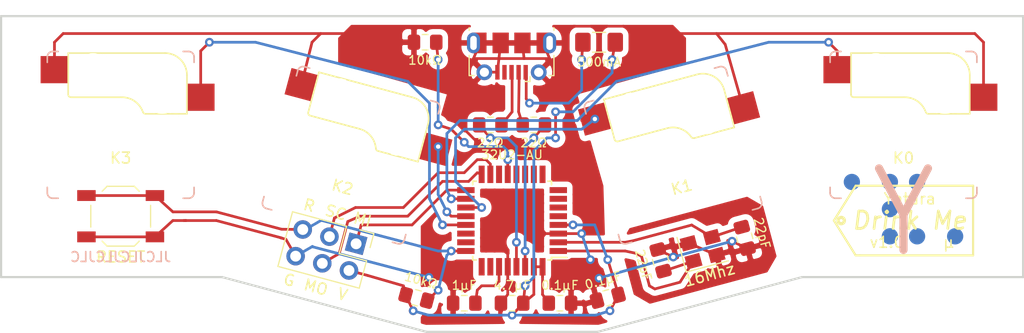
<source format=kicad_pcb>
(kicad_pcb (version 20171130) (host pcbnew 5.1.4+dfsg1-1)

  (general
    (thickness 1.6)
    (drawings 51)
    (tracks 226)
    (zones 0)
    (modules 20)
    (nets 34)
  )

  (page User 148.006 210.007)
  (title_block
    (title "Drink Me")
    (rev v1.0)
    (company Yatara)
  )

  (layers
    (0 F.Cu signal)
    (31 B.Cu signal)
    (32 B.Adhes user)
    (33 F.Adhes user)
    (34 B.Paste user)
    (35 F.Paste user)
    (36 B.SilkS user)
    (37 F.SilkS user)
    (38 B.Mask user)
    (39 F.Mask user)
    (40 Dwgs.User user hide)
    (41 Cmts.User user hide)
    (42 Eco1.User user hide)
    (43 Eco2.User user hide)
    (44 Edge.Cuts user)
    (45 Margin user)
    (46 B.CrtYd user)
    (47 F.CrtYd user)
    (48 B.Fab user)
    (49 F.Fab user)
  )

  (setup
    (last_trace_width 0.25)
    (trace_clearance 0.2)
    (zone_clearance 0.508)
    (zone_45_only no)
    (trace_min 0.2)
    (via_size 0.8)
    (via_drill 0.4)
    (via_min_size 0.4)
    (via_min_drill 0.3)
    (uvia_size 0.3)
    (uvia_drill 0.1)
    (uvias_allowed no)
    (uvia_min_size 0.2)
    (uvia_min_drill 0.1)
    (edge_width 0.15)
    (segment_width 0.2)
    (pcb_text_width 0.3)
    (pcb_text_size 1.5 1.5)
    (mod_edge_width 0.15)
    (mod_text_size 1 1)
    (mod_text_width 0.15)
    (pad_size 1.524 1.524)
    (pad_drill 0.762)
    (pad_to_mask_clearance 0.051)
    (solder_mask_min_width 0.25)
    (aux_axis_origin 0 0)
    (grid_origin 74 74)
    (visible_elements FFFFFF7F)
    (pcbplotparams
      (layerselection 0x010fc_ffffffff)
      (usegerberextensions true)
      (usegerberattributes false)
      (usegerberadvancedattributes false)
      (creategerberjobfile false)
      (excludeedgelayer true)
      (linewidth 0.100000)
      (plotframeref false)
      (viasonmask false)
      (mode 1)
      (useauxorigin false)
      (hpglpennumber 1)
      (hpglpenspeed 20)
      (hpglpendiameter 15.000000)
      (psnegative false)
      (psa4output false)
      (plotreference true)
      (plotvalue true)
      (plotinvisibletext false)
      (padsonsilk false)
      (subtractmaskfromsilk false)
      (outputformat 1)
      (mirror false)
      (drillshape 0)
      (scaleselection 1)
      (outputdirectory "gerber/"))
  )

  (net 0 "")
  (net 1 GND)
  (net 2 VCC)
  (net 3 "Net-(R2-Pad2)")
  (net 4 "Net-(R3-Pad1)")
  (net 5 "Net-(U1-Pad7)")
  (net 6 "Net-(U1-Pad8)")
  (net 7 "Net-(U1-Pad12)")
  (net 8 "Net-(U1-Pad22)")
  (net 9 "Net-(U1-Pad25)")
  (net 10 "Net-(U1-Pad26)")
  (net 11 D-)
  (net 12 D+)
  (net 13 KEY3)
  (net 14 KEY0)
  (net 15 KEY1)
  (net 16 KEY2)
  (net 17 "Net-(R4-Pad2)")
  (net 18 RST)
  (net 19 +5V)
  (net 20 "Net-(C2-Pad2)")
  (net 21 "Net-(U1-Pad5)")
  (net 22 "Net-(U1-Pad10)")
  (net 23 "Net-(U1-Pad11)")
  (net 24 "Net-(U1-Pad14)")
  (net 25 SCK)
  (net 26 MOSI)
  (net 27 MISO)
  (net 28 "Net-(U1-Pad23)")
  (net 29 "Net-(C8-Pad2)")
  (net 30 "Net-(U1-Pad6)")
  (net 31 "Net-(U1-Pad9)")
  (net 32 "Net-(C1-Pad2)")
  (net 33 "Net-(J1-Pad4)")

  (net_class Default "This is the default net class."
    (clearance 0.2)
    (trace_width 0.25)
    (via_dia 0.8)
    (via_drill 0.4)
    (uvia_dia 0.3)
    (uvia_drill 0.1)
    (add_net +5V)
    (add_net D+)
    (add_net D-)
    (add_net GND)
    (add_net KEY0)
    (add_net KEY1)
    (add_net KEY2)
    (add_net KEY3)
    (add_net MISO)
    (add_net MOSI)
    (add_net "Net-(C1-Pad2)")
    (add_net "Net-(C2-Pad2)")
    (add_net "Net-(C8-Pad2)")
    (add_net "Net-(J1-Pad4)")
    (add_net "Net-(R2-Pad2)")
    (add_net "Net-(R3-Pad1)")
    (add_net "Net-(R4-Pad2)")
    (add_net "Net-(U1-Pad10)")
    (add_net "Net-(U1-Pad11)")
    (add_net "Net-(U1-Pad12)")
    (add_net "Net-(U1-Pad14)")
    (add_net "Net-(U1-Pad22)")
    (add_net "Net-(U1-Pad23)")
    (add_net "Net-(U1-Pad25)")
    (add_net "Net-(U1-Pad26)")
    (add_net "Net-(U1-Pad5)")
    (add_net "Net-(U1-Pad6)")
    (add_net "Net-(U1-Pad7)")
    (add_net "Net-(U1-Pad8)")
    (add_net "Net-(U1-Pad9)")
    (add_net RST)
    (add_net SCK)
    (add_net VCC)
  )

  (module Connector_USB:USB_Micro-B_Molex-105017-0001 (layer F.Cu) (tedit 5A1DC0BE) (tstamp 5E363E0D)
    (at 73.95 67.7 180)
    (descr http://www.molex.com/pdm_docs/sd/1050170001_sd.pdf)
    (tags "Micro-USB SMD Typ-B")
    (path /5E36297A)
    (attr smd)
    (fp_text reference J1 (at 0 -3.1125) (layer F.Fab)
      (effects (font (size 1 1) (thickness 0.15)))
    )
    (fp_text value USB_mini_micro_B (at 0.3 4.3375) (layer F.Fab)
      (effects (font (size 1 1) (thickness 0.15)))
    )
    (fp_line (start -1.1 -2.1225) (end -1.1 -1.9125) (layer F.Fab) (width 0.1))
    (fp_line (start -1.5 -2.1225) (end -1.5 -1.9125) (layer F.Fab) (width 0.1))
    (fp_line (start -1.5 -2.1225) (end -1.1 -2.1225) (layer F.Fab) (width 0.1))
    (fp_line (start -1.1 -1.9125) (end -1.3 -1.7125) (layer F.Fab) (width 0.1))
    (fp_line (start -1.3 -1.7125) (end -1.5 -1.9125) (layer F.Fab) (width 0.1))
    (fp_line (start -1.7 -2.3125) (end -1.7 -1.8625) (layer F.SilkS) (width 0.12))
    (fp_line (start -1.7 -2.3125) (end -1.25 -2.3125) (layer F.SilkS) (width 0.12))
    (fp_line (start 3.9 -1.7625) (end 3.45 -1.7625) (layer F.SilkS) (width 0.12))
    (fp_line (start 3.9 0.0875) (end 3.9 -1.7625) (layer F.SilkS) (width 0.12))
    (fp_line (start -3.9 2.6375) (end -3.9 2.3875) (layer F.SilkS) (width 0.12))
    (fp_line (start -3.75 3.3875) (end -3.75 -1.6125) (layer F.Fab) (width 0.1))
    (fp_line (start -3.75 -1.6125) (end 3.75 -1.6125) (layer F.Fab) (width 0.1))
    (fp_line (start -3.75 3.389204) (end 3.75 3.389204) (layer F.Fab) (width 0.1))
    (fp_line (start -3 2.689204) (end 3 2.689204) (layer F.Fab) (width 0.1))
    (fp_line (start 3.75 3.3875) (end 3.75 -1.6125) (layer F.Fab) (width 0.1))
    (fp_line (start 3.9 2.6375) (end 3.9 2.3875) (layer F.SilkS) (width 0.12))
    (fp_line (start -3.9 0.0875) (end -3.9 -1.7625) (layer F.SilkS) (width 0.12))
    (fp_line (start -3.9 -1.7625) (end -3.45 -1.7625) (layer F.SilkS) (width 0.12))
    (fp_line (start -4.4 3.64) (end -4.4 -2.46) (layer F.CrtYd) (width 0.05))
    (fp_line (start -4.4 -2.46) (end 4.4 -2.46) (layer F.CrtYd) (width 0.05))
    (fp_line (start 4.4 -2.46) (end 4.4 3.64) (layer F.CrtYd) (width 0.05))
    (fp_line (start -4.4 3.64) (end 4.4 3.64) (layer F.CrtYd) (width 0.05))
    (fp_text user %R (at 0 0.8875) (layer F.Fab)
      (effects (font (size 1 1) (thickness 0.15)))
    )
    (fp_text user "PCB Edge" (at 0 2.6875) (layer Dwgs.User)
      (effects (font (size 0.5 0.5) (thickness 0.08)))
    )
    (pad 6 smd rect (at -2.9 1.2375 180) (size 1.2 1.9) (layers F.Cu F.Mask)
      (net 1 GND))
    (pad 6 smd rect (at 2.9 1.2375 180) (size 1.2 1.9) (layers F.Cu F.Mask)
      (net 1 GND))
    (pad 6 thru_hole oval (at 3.5 1.2375 180) (size 1.2 1.9) (drill oval 0.6 1.3) (layers *.Cu *.Mask)
      (net 1 GND))
    (pad 6 thru_hole oval (at -3.5 1.2375) (size 1.2 1.9) (drill oval 0.6 1.3) (layers *.Cu *.Mask)
      (net 1 GND))
    (pad 6 smd rect (at -1 1.2375 180) (size 1.5 1.9) (layers F.Cu F.Paste F.Mask)
      (net 1 GND))
    (pad 6 thru_hole circle (at 2.5 -1.4625 180) (size 1.45 1.45) (drill 0.85) (layers *.Cu *.Mask)
      (net 1 GND))
    (pad 3 smd rect (at 0 -1.4625 180) (size 0.4 1.35) (layers F.Cu F.Paste F.Mask)
      (net 12 D+))
    (pad 4 smd rect (at 0.65 -1.4625 180) (size 0.4 1.35) (layers F.Cu F.Paste F.Mask)
      (net 33 "Net-(J1-Pad4)"))
    (pad 5 smd rect (at 1.3 -1.4625 180) (size 0.4 1.35) (layers F.Cu F.Paste F.Mask)
      (net 1 GND))
    (pad 1 smd rect (at -1.3 -1.4625 180) (size 0.4 1.35) (layers F.Cu F.Paste F.Mask)
      (net 2 VCC))
    (pad 2 smd rect (at -0.65 -1.4625 180) (size 0.4 1.35) (layers F.Cu F.Paste F.Mask)
      (net 11 D-))
    (pad 6 thru_hole circle (at -2.5 -1.4625 180) (size 1.45 1.45) (drill 0.85) (layers *.Cu *.Mask)
      (net 1 GND))
    (pad 6 smd rect (at 1 1.2375 180) (size 1.5 1.9) (layers F.Cu F.Paste F.Mask)
      (net 1 GND))
    (model ${KISYS3DMOD}/Connector_USB.3dshapes/USB_Micro-B_Molex-105017-0001.wrl
      (at (xyz 0 0 0))
      (scale (xyz 1 1 1))
      (rotate (xyz 0 0 0))
    )
  )

  (module Crystal:Crystal_SMD_3225-4Pin_3.2x2.5mm (layer F.Cu) (tedit 5A0FD1B2) (tstamp 5E3083A4)
    (at 91.52637 85.426472 15)
    (descr "SMD Crystal SERIES SMD3225/4 http://www.txccrystal.com/images/pdf/7m-accuracy.pdf, 3.2x2.5mm^2 package")
    (tags "SMD SMT crystal")
    (path /5E132771)
    (attr smd)
    (fp_text reference Y1 (at 0 -2.45 15) (layer F.Fab)
      (effects (font (size 1 1) (thickness 0.15)))
    )
    (fp_text value 16Mhz (at 0 2.45 15) (layer F.SilkS)
      (effects (font (size 1 1) (thickness 0.15)))
    )
    (fp_line (start 2.1 -1.7) (end -2.1 -1.7) (layer F.CrtYd) (width 0.05))
    (fp_line (start 2.1 1.7) (end 2.1 -1.7) (layer F.CrtYd) (width 0.05))
    (fp_line (start -2.1 1.7) (end 2.1 1.7) (layer F.CrtYd) (width 0.05))
    (fp_line (start -2.1 -1.7) (end -2.1 1.7) (layer F.CrtYd) (width 0.05))
    (fp_line (start -2 1.65) (end 2 1.65) (layer F.SilkS) (width 0.12))
    (fp_line (start -2 -1.65) (end -2 1.65) (layer F.SilkS) (width 0.12))
    (fp_line (start -1.6 0.25) (end -0.6 1.25) (layer F.Fab) (width 0.1))
    (fp_line (start 1.6 -1.25) (end -1.6 -1.25) (layer F.Fab) (width 0.1))
    (fp_line (start 1.6 1.25) (end 1.6 -1.25) (layer F.Fab) (width 0.1))
    (fp_line (start -1.6 1.25) (end 1.6 1.25) (layer F.Fab) (width 0.1))
    (fp_line (start -1.6 -1.25) (end -1.6 1.25) (layer F.Fab) (width 0.1))
    (fp_text user %R (at 0 0 15) (layer F.Fab)
      (effects (font (size 0.7 0.7) (thickness 0.105)))
    )
    (pad 4 smd rect (at -1.1 -0.85 15) (size 1.4 1.2) (layers F.Cu F.Paste F.Mask)
      (net 1 GND))
    (pad 3 smd rect (at 1.1 -0.85 15) (size 1.4 1.2) (layers F.Cu F.Paste F.Mask)
      (net 20 "Net-(C2-Pad2)"))
    (pad 2 smd rect (at 1.1 0.85 15) (size 1.4 1.2) (layers F.Cu F.Paste F.Mask)
      (net 1 GND))
    (pad 1 smd rect (at -1.1 0.85 15) (size 1.4 1.2) (layers F.Cu F.Paste F.Mask)
      (net 32 "Net-(C1-Pad2)"))
    (model ${KISYS3DMOD}/Crystal.3dshapes/Crystal_SMD_3225-4Pin_3.2x2.5mm.wrl
      (at (xyz 0 0 0))
      (scale (xyz 1 1 1))
      (rotate (xyz 0 0 0))
    )
  )

  (module Connector_PinHeader_2.54mm:PinHeader_2x03_P2.54mm_Vertical (layer F.Cu) (tedit 59FED5CC) (tstamp 5E23779D)
    (at 59.654307 84.937387 255)
    (descr "Through hole straight pin header, 2x03, 2.54mm pitch, double rows")
    (tags "Through hole pin header THT 2x03 2.54mm double row")
    (path /5E128D0E)
    (fp_text reference J0 (at 1.27 -2.33 255) (layer F.Fab)
      (effects (font (size 1 1) (thickness 0.15)))
    )
    (fp_text value AVR-ISP-6 (at 1.27 7.41 255) (layer F.Fab) hide
      (effects (font (size 1 1) (thickness 0.15)))
    )
    (fp_text user %R (at 1.27 2.54 345) (layer F.Fab)
      (effects (font (size 1 1) (thickness 0.15)))
    )
    (fp_line (start 4.35 -1.8) (end -1.8 -1.8) (layer F.CrtYd) (width 0.05))
    (fp_line (start 4.35 6.85) (end 4.35 -1.8) (layer F.CrtYd) (width 0.05))
    (fp_line (start -1.8 6.85) (end 4.35 6.85) (layer F.CrtYd) (width 0.05))
    (fp_line (start -1.8 -1.8) (end -1.8 6.85) (layer F.CrtYd) (width 0.05))
    (fp_line (start -1.33 -1.33) (end 0 -1.33) (layer F.SilkS) (width 0.12))
    (fp_line (start -1.33 0) (end -1.33 -1.33) (layer F.SilkS) (width 0.12))
    (fp_line (start 1.27 -1.33) (end 3.87 -1.33) (layer F.SilkS) (width 0.12))
    (fp_line (start 1.27 1.27) (end 1.27 -1.33) (layer F.SilkS) (width 0.12))
    (fp_line (start -1.33 1.27) (end 1.27 1.27) (layer F.SilkS) (width 0.12))
    (fp_line (start 3.87 -1.33) (end 3.87 6.41) (layer F.SilkS) (width 0.12))
    (fp_line (start -1.33 1.27) (end -1.33 6.41) (layer F.SilkS) (width 0.12))
    (fp_line (start -1.33 6.41) (end 3.87 6.41) (layer F.SilkS) (width 0.12))
    (fp_line (start -1.27 0) (end 0 -1.27) (layer F.Fab) (width 0.1))
    (fp_line (start -1.27 6.35) (end -1.27 0) (layer F.Fab) (width 0.1))
    (fp_line (start 3.81 6.35) (end -1.27 6.35) (layer F.Fab) (width 0.1))
    (fp_line (start 3.81 -1.27) (end 3.81 6.35) (layer F.Fab) (width 0.1))
    (fp_line (start 0 -1.27) (end 3.81 -1.27) (layer F.Fab) (width 0.1))
    (pad 6 thru_hole oval (at 2.54 5.08 255) (size 1.7 1.7) (drill 1) (layers *.Cu *.Mask)
      (net 1 GND))
    (pad 5 thru_hole oval (at 0 5.08 255) (size 1.7 1.7) (drill 1) (layers *.Cu *.Mask)
      (net 18 RST))
    (pad 4 thru_hole oval (at 2.54 2.54 255) (size 1.7 1.7) (drill 1) (layers *.Cu *.Mask)
      (net 26 MOSI))
    (pad 3 thru_hole oval (at 0 2.54 255) (size 1.7 1.7) (drill 1) (layers *.Cu *.Mask)
      (net 25 SCK))
    (pad 2 thru_hole oval (at 2.54 0 255) (size 1.7 1.7) (drill 1) (layers *.Cu *.Mask)
      (net 19 +5V))
    (pad 1 thru_hole rect (at 0 0 255) (size 1.7 1.7) (drill 1) (layers *.Cu *.Mask)
      (net 27 MISO))
    (model ${KISYS3DMOD}/Connector_PinHeader_2.54mm.3dshapes/PinHeader_2x03_P2.54mm_Vertical.wrl
      (at (xyz 0 0 0))
      (scale (xyz 1 1 1))
      (rotate (xyz 0 0 0))
    )
  )

  (module Button_Switch_SMD:SW_SPST_TL3342 (layer F.Cu) (tedit 5E15B31B) (tstamp 5E1C2960)
    (at 38 82.4)
    (descr "Low-profile SMD Tactile Switch, https://www.e-switch.com/system/asset/product_line/data_sheet/165/TL3342.pdf")
    (tags "SPST Tactile Switch")
    (path /5C1541E4)
    (attr smd)
    (fp_text reference SW1 (at 0 -3.75) (layer F.SilkS) hide
      (effects (font (size 1 1) (thickness 0.15)))
    )
    (fp_text value RESET (at 0 3.75) (layer F.Fab) hide
      (effects (font (size 1 1) (thickness 0.15)))
    )
    (fp_circle (center 0 0) (end 1 0) (layer F.Fab) (width 0.1))
    (fp_line (start -4.25 3) (end -4.25 -3) (layer F.CrtYd) (width 0.05))
    (fp_line (start 4.25 3) (end -4.25 3) (layer F.CrtYd) (width 0.05))
    (fp_line (start 4.25 -3) (end 4.25 3) (layer F.CrtYd) (width 0.05))
    (fp_line (start -4.25 -3) (end 4.25 -3) (layer F.CrtYd) (width 0.05))
    (fp_line (start -1.2 -2.6) (end -2.6 -1.2) (layer F.Fab) (width 0.1))
    (fp_line (start 1.2 -2.6) (end -1.2 -2.6) (layer F.Fab) (width 0.1))
    (fp_line (start 2.6 -1.2) (end 1.2 -2.6) (layer F.Fab) (width 0.1))
    (fp_line (start 2.6 1.2) (end 2.6 -1.2) (layer F.Fab) (width 0.1))
    (fp_line (start 1.2 2.6) (end 2.6 1.2) (layer F.Fab) (width 0.1))
    (fp_line (start -1.2 2.6) (end 1.2 2.6) (layer F.Fab) (width 0.1))
    (fp_line (start -2.6 1.2) (end -1.2 2.6) (layer F.Fab) (width 0.1))
    (fp_line (start -2.6 -1.2) (end -2.6 1.2) (layer F.Fab) (width 0.1))
    (fp_line (start -1.25 -2.75) (end 1.25 -2.75) (layer F.SilkS) (width 0.12))
    (fp_line (start -2.75 -1) (end -2.75 1) (layer F.SilkS) (width 0.12))
    (fp_line (start -1.25 2.75) (end 1.25 2.75) (layer F.SilkS) (width 0.12))
    (fp_line (start 2.75 -1) (end 2.75 1) (layer F.SilkS) (width 0.12))
    (fp_line (start -2 1) (end -2 -1) (layer F.Fab) (width 0.1))
    (fp_line (start -1 2) (end -2 1) (layer F.Fab) (width 0.1))
    (fp_line (start 1 2) (end -1 2) (layer F.Fab) (width 0.1))
    (fp_line (start 2 1) (end 1 2) (layer F.Fab) (width 0.1))
    (fp_line (start 2 -1) (end 2 1) (layer F.Fab) (width 0.1))
    (fp_line (start 1 -2) (end 2 -1) (layer F.Fab) (width 0.1))
    (fp_line (start -1 -2) (end 1 -2) (layer F.Fab) (width 0.1))
    (fp_line (start -2 -1) (end -1 -2) (layer F.Fab) (width 0.1))
    (fp_line (start -1.7 -2.3) (end -1.25 -2.75) (layer F.SilkS) (width 0.12))
    (fp_line (start 1.7 -2.3) (end 1.25 -2.75) (layer F.SilkS) (width 0.12))
    (fp_line (start 1.7 2.3) (end 1.25 2.75) (layer F.SilkS) (width 0.12))
    (fp_line (start -1.7 2.3) (end -1.25 2.75) (layer F.SilkS) (width 0.12))
    (fp_line (start 3.2 1.6) (end 2.2 1.6) (layer F.Fab) (width 0.1))
    (fp_line (start 2.7 2.1) (end 2.7 1.6) (layer F.Fab) (width 0.1))
    (fp_line (start 1.7 2.1) (end 3.2 2.1) (layer F.Fab) (width 0.1))
    (fp_line (start -1.7 2.1) (end -3.2 2.1) (layer F.Fab) (width 0.1))
    (fp_line (start -3.2 1.6) (end -2.2 1.6) (layer F.Fab) (width 0.1))
    (fp_line (start -2.7 2.1) (end -2.7 1.6) (layer F.Fab) (width 0.1))
    (fp_line (start -3.2 -1.6) (end -2.2 -1.6) (layer F.Fab) (width 0.1))
    (fp_line (start -1.7 -2.1) (end -3.2 -2.1) (layer F.Fab) (width 0.1))
    (fp_line (start -2.7 -2.1) (end -2.7 -1.6) (layer F.Fab) (width 0.1))
    (fp_line (start 3.2 -1.6) (end 2.2 -1.6) (layer F.Fab) (width 0.1))
    (fp_line (start 1.7 -2.1) (end 3.2 -2.1) (layer F.Fab) (width 0.1))
    (fp_line (start 2.7 -2.1) (end 2.7 -1.6) (layer F.Fab) (width 0.1))
    (fp_line (start -3.2 -2.1) (end -3.2 -1.6) (layer F.Fab) (width 0.1))
    (fp_line (start -3.2 2.1) (end -3.2 1.6) (layer F.Fab) (width 0.1))
    (fp_line (start 3.2 -2.1) (end 3.2 -1.6) (layer F.Fab) (width 0.1))
    (fp_line (start 3.2 2.1) (end 3.2 1.6) (layer F.Fab) (width 0.1))
    (fp_text user RESET (at 0 3.75) (layer F.SilkS)
      (effects (font (size 1 1) (thickness 0.15)))
    )
    (pad 2 smd rect (at 3.15 1.9) (size 1.7 1) (layers F.Cu F.Paste F.Mask)
      (net 1 GND))
    (pad 2 smd rect (at -3.15 1.9) (size 1.7 1) (layers F.Cu F.Paste F.Mask)
      (net 1 GND))
    (pad 1 smd rect (at 3.15 -1.9) (size 1.7 1) (layers F.Cu F.Paste F.Mask)
      (net 18 RST))
    (pad 1 smd rect (at -3.15 -1.9) (size 1.7 1) (layers F.Cu F.Paste F.Mask)
      (net 18 RST))
    (model ${KISYS3DMOD}/Button_Switch_SMD.3dshapes/SW_SPST_TL3342.wrl
      (at (xyz 0 0 0))
      (scale (xyz 1 1 1))
      (rotate (xyz 0 0 0))
    )
  )

  (module Resistor_SMD:R_0805_2012Metric_Pad1.15x1.40mm_HandSolder (layer F.Cu) (tedit 5B36C52B) (tstamp 5E1C2908)
    (at 66 66.4)
    (descr "Resistor SMD 0805 (2012 Metric), square (rectangular) end terminal, IPC_7351 nominal with elongated pad for handsoldering. (Body size source: https://docs.google.com/spreadsheets/d/1BsfQQcO9C6DZCsRaXUlFlo91Tg2WpOkGARC1WS5S8t0/edit?usp=sharing), generated with kicad-footprint-generator")
    (tags "resistor handsolder")
    (path /5C1585B2)
    (attr smd)
    (fp_text reference R2 (at 0 -1.65 180) (layer F.Fab)
      (effects (font (size 1 1) (thickness 0.15)))
    )
    (fp_text value 10kΩ (at 0 1.65 180) (layer F.SilkS)
      (effects (font (size 0.8 0.8) (thickness 0.12)))
    )
    (fp_text user %R (at 0 0 180) (layer F.Fab)
      (effects (font (size 0.5 0.5) (thickness 0.08)))
    )
    (fp_line (start 1.85 0.95) (end -1.85 0.95) (layer F.CrtYd) (width 0.05))
    (fp_line (start 1.85 -0.95) (end 1.85 0.95) (layer F.CrtYd) (width 0.05))
    (fp_line (start -1.85 -0.95) (end 1.85 -0.95) (layer F.CrtYd) (width 0.05))
    (fp_line (start -1.85 0.95) (end -1.85 -0.95) (layer F.CrtYd) (width 0.05))
    (fp_line (start -0.261252 0.71) (end 0.261252 0.71) (layer F.SilkS) (width 0.12))
    (fp_line (start -0.261252 -0.71) (end 0.261252 -0.71) (layer F.SilkS) (width 0.12))
    (fp_line (start 1 0.6) (end -1 0.6) (layer F.Fab) (width 0.1))
    (fp_line (start 1 -0.6) (end 1 0.6) (layer F.Fab) (width 0.1))
    (fp_line (start -1 -0.6) (end 1 -0.6) (layer F.Fab) (width 0.1))
    (fp_line (start -1 0.6) (end -1 -0.6) (layer F.Fab) (width 0.1))
    (pad 2 smd roundrect (at 1.025 0) (size 1.15 1.4) (layers F.Cu F.Paste F.Mask) (roundrect_rratio 0.217391)
      (net 3 "Net-(R2-Pad2)"))
    (pad 1 smd roundrect (at -1.025 0) (size 1.15 1.4) (layers F.Cu F.Paste F.Mask) (roundrect_rratio 0.217391)
      (net 1 GND))
    (model ${KISYS3DMOD}/Resistor_SMD.3dshapes/R_0805_2012Metric.wrl
      (at (xyz 0 0 0))
      (scale (xyz 1 1 1))
      (rotate (xyz 0 0 0))
    )
  )

  (module Package_QFP:TQFP-32_7x7mm_P0.8mm (layer F.Cu) (tedit 5E15A800) (tstamp 5E2941CD)
    (at 74 82.8 180)
    (descr "32-Lead Plastic Thin Quad Flatpack (PT) - 7x7x1.0 mm Body, 2.00 mm [TQFP] (see Microchip Packaging Specification 00000049BS.pdf)")
    (tags "QFP 0.8")
    (path /5E168047)
    (attr smd)
    (fp_text reference U1 (at 0 -6.05 180) (layer F.Fab)
      (effects (font (size 1 1) (thickness 0.15)))
    )
    (fp_text value 32U2-AU (at 0 6.05 180) (layer F.SilkS)
      (effects (font (size 0.8 0.8) (thickness 0.12)))
    )
    (fp_text user %R (at 0 0 180) (layer F.Fab) hide
      (effects (font (size 1 1) (thickness 0.15)))
    )
    (fp_line (start -2.5 -3.5) (end 3.5 -3.5) (layer F.Fab) (width 0.15))
    (fp_line (start 3.5 -3.5) (end 3.5 3.5) (layer F.Fab) (width 0.15))
    (fp_line (start 3.5 3.5) (end -3.5 3.5) (layer F.Fab) (width 0.15))
    (fp_line (start -3.5 3.5) (end -3.5 -2.5) (layer F.Fab) (width 0.15))
    (fp_line (start -3.5 -2.5) (end -2.5 -3.5) (layer F.Fab) (width 0.15))
    (fp_line (start -5.3 -5.3) (end -5.3 5.3) (layer F.CrtYd) (width 0.05))
    (fp_line (start 5.3 -5.3) (end 5.3 5.3) (layer F.CrtYd) (width 0.05))
    (fp_line (start -5.3 -5.3) (end 5.3 -5.3) (layer F.CrtYd) (width 0.05))
    (fp_line (start -5.3 5.3) (end 5.3 5.3) (layer F.CrtYd) (width 0.05))
    (fp_line (start -3.625 -3.625) (end -3.625 -3.4) (layer F.SilkS) (width 0.15))
    (fp_line (start 3.625 -3.625) (end 3.625 -3.3) (layer F.SilkS) (width 0.15))
    (fp_line (start 3.625 3.625) (end 3.625 3.3) (layer F.SilkS) (width 0.15))
    (fp_line (start -3.625 3.625) (end -3.625 3.3) (layer F.SilkS) (width 0.15))
    (fp_line (start -3.625 -3.625) (end -3.3 -3.625) (layer F.SilkS) (width 0.15))
    (fp_line (start -3.625 3.625) (end -3.3 3.625) (layer F.SilkS) (width 0.15))
    (fp_line (start 3.625 3.625) (end 3.3 3.625) (layer F.SilkS) (width 0.15))
    (fp_line (start 3.625 -3.625) (end 3.3 -3.625) (layer F.SilkS) (width 0.15))
    (fp_line (start -3.625 -3.4) (end -5.05 -3.4) (layer F.SilkS) (width 0.15))
    (pad 1 smd rect (at -4.25 -2.8 180) (size 1.6 0.55) (layers F.Cu F.Paste F.Mask)
      (net 32 "Net-(C1-Pad2)"))
    (pad 2 smd rect (at -4.25 -2 180) (size 1.6 0.55) (layers F.Cu F.Paste F.Mask)
      (net 20 "Net-(C2-Pad2)"))
    (pad 3 smd rect (at -4.25 -1.2 180) (size 1.6 0.55) (layers F.Cu F.Paste F.Mask)
      (net 1 GND))
    (pad 4 smd rect (at -4.25 -0.4 180) (size 1.6 0.55) (layers F.Cu F.Paste F.Mask)
      (net 19 +5V))
    (pad 5 smd rect (at -4.25 0.4 180) (size 1.6 0.55) (layers F.Cu F.Paste F.Mask)
      (net 21 "Net-(U1-Pad5)"))
    (pad 6 smd rect (at -4.25 1.2 180) (size 1.6 0.55) (layers F.Cu F.Paste F.Mask)
      (net 30 "Net-(U1-Pad6)"))
    (pad 7 smd rect (at -4.25 2 180) (size 1.6 0.55) (layers F.Cu F.Paste F.Mask)
      (net 5 "Net-(U1-Pad7)"))
    (pad 8 smd rect (at -4.25 2.8 180) (size 1.6 0.55) (layers F.Cu F.Paste F.Mask)
      (net 6 "Net-(U1-Pad8)"))
    (pad 9 smd rect (at -2.8 4.25 270) (size 1.6 0.55) (layers F.Cu F.Paste F.Mask)
      (net 31 "Net-(U1-Pad9)"))
    (pad 10 smd rect (at -2 4.25 270) (size 1.6 0.55) (layers F.Cu F.Paste F.Mask)
      (net 22 "Net-(U1-Pad10)"))
    (pad 11 smd rect (at -1.2 4.25 270) (size 1.6 0.55) (layers F.Cu F.Paste F.Mask)
      (net 23 "Net-(U1-Pad11)"))
    (pad 12 smd rect (at -0.4 4.25 270) (size 1.6 0.55) (layers F.Cu F.Paste F.Mask)
      (net 7 "Net-(U1-Pad12)"))
    (pad 13 smd rect (at 0.4 4.25 270) (size 1.6 0.55) (layers F.Cu F.Paste F.Mask)
      (net 3 "Net-(R2-Pad2)"))
    (pad 14 smd rect (at 1.2 4.25 270) (size 1.6 0.55) (layers F.Cu F.Paste F.Mask)
      (net 24 "Net-(U1-Pad14)"))
    (pad 15 smd rect (at 2 4.25 270) (size 1.6 0.55) (layers F.Cu F.Paste F.Mask)
      (net 25 SCK))
    (pad 16 smd rect (at 2.8 4.25 270) (size 1.6 0.55) (layers F.Cu F.Paste F.Mask)
      (net 26 MOSI))
    (pad 17 smd rect (at 4.25 2.8 180) (size 1.6 0.55) (layers F.Cu F.Paste F.Mask)
      (net 27 MISO))
    (pad 18 smd rect (at 4.25 2 180) (size 1.6 0.55) (layers F.Cu F.Paste F.Mask)
      (net 14 KEY0))
    (pad 19 smd rect (at 4.25 1.2 180) (size 1.6 0.55) (layers F.Cu F.Paste F.Mask)
      (net 15 KEY1))
    (pad 20 smd rect (at 4.25 0.4 180) (size 1.6 0.55) (layers F.Cu F.Paste F.Mask)
      (net 16 KEY2))
    (pad 21 smd rect (at 4.25 -0.4 180) (size 1.6 0.55) (layers F.Cu F.Paste F.Mask)
      (net 13 KEY3))
    (pad 22 smd rect (at 4.25 -1.2 180) (size 1.6 0.55) (layers F.Cu F.Paste F.Mask)
      (net 8 "Net-(U1-Pad22)"))
    (pad 23 smd rect (at 4.25 -2 180) (size 1.6 0.55) (layers F.Cu F.Paste F.Mask)
      (net 28 "Net-(U1-Pad23)"))
    (pad 24 smd rect (at 4.25 -2.8 180) (size 1.6 0.55) (layers F.Cu F.Paste F.Mask)
      (net 18 RST))
    (pad 25 smd rect (at 2.8 -4.25 270) (size 1.6 0.55) (layers F.Cu F.Paste F.Mask)
      (net 9 "Net-(U1-Pad25)"))
    (pad 26 smd rect (at 2 -4.25 270) (size 1.6 0.55) (layers F.Cu F.Paste F.Mask)
      (net 10 "Net-(U1-Pad26)"))
    (pad 27 smd rect (at 1.2 -4.25 270) (size 1.6 0.55) (layers F.Cu F.Paste F.Mask)
      (net 29 "Net-(C8-Pad2)"))
    (pad 28 smd rect (at 0.4 -4.25 270) (size 1.6 0.55) (layers F.Cu F.Paste F.Mask)
      (net 1 GND))
    (pad 29 smd rect (at -0.4 -4.25 270) (size 1.6 0.55) (layers F.Cu F.Paste F.Mask)
      (net 4 "Net-(R3-Pad1)"))
    (pad 30 smd rect (at -1.2 -4.25 270) (size 1.6 0.55) (layers F.Cu F.Paste F.Mask)
      (net 17 "Net-(R4-Pad2)"))
    (pad 31 smd rect (at -2 -4.25 270) (size 1.6 0.55) (layers F.Cu F.Paste F.Mask)
      (net 19 +5V))
    (pad 32 smd rect (at -2.8 -4.25 270) (size 1.6 0.55) (layers F.Cu F.Paste F.Mask)
      (net 19 +5V))
    (model ${KISYS3DMOD}/Package_QFP.3dshapes/TQFP-32_7x7mm_P0.8mm.wrl
      (at (xyz 0 0 0))
      (scale (xyz 1 1 1))
      (rotate (xyz 0 0 0))
    )
  )

  (module Fuse:Fuse_1206_3216Metric_Pad1.42x1.75mm_HandSolder (layer F.Cu) (tedit 5E15B398) (tstamp 5E360CB4)
    (at 82 66.4 180)
    (descr "Fuse SMD 1206 (3216 Metric), square (rectangular) end terminal, IPC_7351 nominal with elongated pad for handsoldering. (Body size source: http://www.tortai-tech.com/upload/download/2011102023233369053.pdf), generated with kicad-footprint-generator")
    (tags "resistor handsolder")
    (path /5E2FBE72)
    (attr smd)
    (fp_text reference F1 (at 0 -1.82) (layer F.Fab)
      (effects (font (size 1 1) (thickness 0.15)))
    )
    (fp_text value 500mA (at 0 -1.82) (layer F.SilkS)
      (effects (font (size 0.8 0.8) (thickness 0.12)))
    )
    (fp_line (start -1.6 0.8) (end -1.6 -0.8) (layer F.Fab) (width 0.1))
    (fp_line (start -1.6 -0.8) (end 1.6 -0.8) (layer F.Fab) (width 0.1))
    (fp_line (start 1.6 -0.8) (end 1.6 0.8) (layer F.Fab) (width 0.1))
    (fp_line (start 1.6 0.8) (end -1.6 0.8) (layer F.Fab) (width 0.1))
    (fp_line (start -0.602064 -0.91) (end 0.602064 -0.91) (layer F.SilkS) (width 0.12))
    (fp_line (start -0.602064 0.91) (end 0.602064 0.91) (layer F.SilkS) (width 0.12))
    (fp_line (start -2.45 1.12) (end -2.45 -1.12) (layer F.CrtYd) (width 0.05))
    (fp_line (start -2.45 -1.12) (end 2.45 -1.12) (layer F.CrtYd) (width 0.05))
    (fp_line (start 2.45 -1.12) (end 2.45 1.12) (layer F.CrtYd) (width 0.05))
    (fp_line (start 2.45 1.12) (end -2.45 1.12) (layer F.CrtYd) (width 0.05))
    (fp_text user %R (at 0 0) (layer F.Fab)
      (effects (font (size 0.8 0.8) (thickness 0.12)))
    )
    (pad 1 smd roundrect (at -1.4875 0 180) (size 1.425 1.75) (layers F.Cu F.Paste F.Mask) (roundrect_rratio 0.175439)
      (net 19 +5V))
    (pad 2 smd roundrect (at 1.4875 0 180) (size 1.425 1.75) (layers F.Cu F.Paste F.Mask) (roundrect_rratio 0.175439)
      (net 2 VCC))
    (model ${KISYS3DMOD}/Fuse.3dshapes/Fuse_1206_3216Metric.wrl
      (at (xyz 0 0 0))
      (scale (xyz 1 1 1))
      (rotate (xyz 0 0 0))
    )
  )

  (module Capacitor_SMD:C_0805_2012Metric_Pad1.15x1.40mm_HandSolder (layer F.Cu) (tedit 5E15AC39) (tstamp 5E23C447)
    (at 87.662667 86.461749 285)
    (descr "Capacitor SMD 0805 (2012 Metric), square (rectangular) end terminal, IPC_7351 nominal with elongated pad for handsoldering. (Body size source: https://docs.google.com/spreadsheets/d/1BsfQQcO9C6DZCsRaXUlFlo91Tg2WpOkGARC1WS5S8t0/edit?usp=sharing), generated with kicad-footprint-generator")
    (tags "capacitor handsolder")
    (path /5E1DE5E9)
    (attr smd)
    (fp_text reference C1 (at 0 -1.65 105) (layer F.Fab)
      (effects (font (size 1 1) (thickness 0.15)))
    )
    (fp_text value 22pF (at 0 1.65 285) (layer F.SilkS)
      (effects (font (size 0.8 0.8) (thickness 0.12)))
    )
    (fp_text user %R (at 0 0 285) (layer F.Fab)
      (effects (font (size 0.5 0.5) (thickness 0.08)))
    )
    (fp_line (start 1.85 0.95) (end -1.85 0.95) (layer F.CrtYd) (width 0.05))
    (fp_line (start 1.85 -0.95) (end 1.85 0.95) (layer F.CrtYd) (width 0.05))
    (fp_line (start -1.85 -0.95) (end 1.85 -0.95) (layer F.CrtYd) (width 0.05))
    (fp_line (start -1.85 0.95) (end -1.85 -0.95) (layer F.CrtYd) (width 0.05))
    (fp_line (start -0.261252 0.71) (end 0.261252 0.71) (layer F.SilkS) (width 0.12))
    (fp_line (start -0.261252 -0.71) (end 0.261252 -0.71) (layer F.SilkS) (width 0.12))
    (fp_line (start 1 0.599999) (end -1 0.600001) (layer F.Fab) (width 0.1))
    (fp_line (start 1 -0.600001) (end 1 0.599999) (layer F.Fab) (width 0.1))
    (fp_line (start -1 -0.599999) (end 1 -0.600001) (layer F.Fab) (width 0.1))
    (fp_line (start -1 0.600001) (end -1 -0.599999) (layer F.Fab) (width 0.1))
    (pad 2 smd roundrect (at 1.025 0 285) (size 1.15 1.4) (layers F.Cu F.Paste F.Mask) (roundrect_rratio 0.217391)
      (net 32 "Net-(C1-Pad2)"))
    (pad 1 smd roundrect (at -1.025 0 285) (size 1.15 1.4) (layers F.Cu F.Paste F.Mask) (roundrect_rratio 0.217391)
      (net 1 GND))
    (model ${KISYS3DMOD}/Capacitor_SMD.3dshapes/C_0805_2012Metric.wrl
      (at (xyz 0 0 0))
      (scale (xyz 1 1 1))
      (rotate (xyz 0 0 0))
    )
  )

  (module Capacitor_SMD:C_0805_2012Metric_Pad1.15x1.40mm_HandSolder (layer F.Cu) (tedit 5E15A835) (tstamp 5E23C4BF)
    (at 95.390074 84.391196 105)
    (descr "Capacitor SMD 0805 (2012 Metric), square (rectangular) end terminal, IPC_7351 nominal with elongated pad for handsoldering. (Body size source: https://docs.google.com/spreadsheets/d/1BsfQQcO9C6DZCsRaXUlFlo91Tg2WpOkGARC1WS5S8t0/edit?usp=sharing), generated with kicad-footprint-generator")
    (tags "capacitor handsolder")
    (path /5E1D3602)
    (attr smd)
    (fp_text reference C2 (at 0 -1.65 285) (layer F.Fab)
      (effects (font (size 1 1) (thickness 0.15)))
    )
    (fp_text value 22pF (at 0 1.65 105) (layer F.SilkS)
      (effects (font (size 0.8 0.8) (thickness 0.12)))
    )
    (fp_line (start -1 0.600001) (end -1 -0.599999) (layer F.Fab) (width 0.1))
    (fp_line (start -1 -0.599999) (end 1 -0.600001) (layer F.Fab) (width 0.1))
    (fp_line (start 1 -0.600001) (end 1 0.599999) (layer F.Fab) (width 0.1))
    (fp_line (start 1 0.599999) (end -1 0.600001) (layer F.Fab) (width 0.1))
    (fp_line (start -0.261252 -0.71) (end 0.261252 -0.71) (layer F.SilkS) (width 0.12))
    (fp_line (start -0.261252 0.71) (end 0.261252 0.71) (layer F.SilkS) (width 0.12))
    (fp_line (start -1.85 0.95) (end -1.85 -0.95) (layer F.CrtYd) (width 0.05))
    (fp_line (start -1.85 -0.95) (end 1.85 -0.95) (layer F.CrtYd) (width 0.05))
    (fp_line (start 1.85 -0.95) (end 1.85 0.95) (layer F.CrtYd) (width 0.05))
    (fp_line (start 1.85 0.95) (end -1.85 0.95) (layer F.CrtYd) (width 0.05))
    (fp_text user %R (at 0 0 105) (layer F.Fab)
      (effects (font (size 0.5 0.5) (thickness 0.08)))
    )
    (pad 1 smd roundrect (at -1.025 0 105) (size 1.15 1.4) (layers F.Cu F.Paste F.Mask) (roundrect_rratio 0.217391)
      (net 1 GND))
    (pad 2 smd roundrect (at 1.025 0 105) (size 1.15 1.4) (layers F.Cu F.Paste F.Mask) (roundrect_rratio 0.217391)
      (net 20 "Net-(C2-Pad2)"))
    (model ${KISYS3DMOD}/Capacitor_SMD.3dshapes/C_0805_2012Metric.wrl
      (at (xyz 0 0 0))
      (scale (xyz 1 1 1))
      (rotate (xyz 0 0 0))
    )
  )

  (module Capacitor_SMD:C_0805_2012Metric_Pad1.15x1.40mm_HandSolder (layer F.Cu) (tedit 5E1A31C6) (tstamp 5E297902)
    (at 82.8 89.9 195)
    (descr "Capacitor SMD 0805 (2012 Metric), square (rectangular) end terminal, IPC_7351 nominal with elongated pad for handsoldering. (Body size source: https://docs.google.com/spreadsheets/d/1BsfQQcO9C6DZCsRaXUlFlo91Tg2WpOkGARC1WS5S8t0/edit?usp=sharing), generated with kicad-footprint-generator")
    (tags "capacitor handsolder")
    (path /5C150782)
    (attr smd)
    (fp_text reference C3 (at 0 -1.65 195) (layer F.Fab)
      (effects (font (size 1 1) (thickness 0.15)))
    )
    (fp_text value 0.1μF (at 0 1.65 195) (layer F.SilkS)
      (effects (font (size 0.8 0.8) (thickness 0.12)))
    )
    (fp_text user %R (at 0 0 195) (layer F.Fab)
      (effects (font (size 0.5 0.5) (thickness 0.08)))
    )
    (fp_line (start 1.85 0.95) (end -1.85 0.95) (layer F.CrtYd) (width 0.05))
    (fp_line (start 1.85 -0.95) (end 1.85 0.95) (layer F.CrtYd) (width 0.05))
    (fp_line (start -1.85 -0.95) (end 1.85 -0.95) (layer F.CrtYd) (width 0.05))
    (fp_line (start -1.85 0.95) (end -1.85 -0.95) (layer F.CrtYd) (width 0.05))
    (fp_line (start -0.261252 0.71) (end 0.261252 0.71) (layer F.SilkS) (width 0.12))
    (fp_line (start -0.261252 -0.71) (end 0.261252 -0.71) (layer F.SilkS) (width 0.12))
    (fp_line (start 1 0.6) (end -1 0.6) (layer F.Fab) (width 0.1))
    (fp_line (start 1 -0.6) (end 1 0.6) (layer F.Fab) (width 0.1))
    (fp_line (start -1 -0.6) (end 1 -0.6) (layer F.Fab) (width 0.1))
    (fp_line (start -1 0.6) (end -1 -0.6) (layer F.Fab) (width 0.1))
    (pad 2 smd roundrect (at 1.025 0 195) (size 1.15 1.4) (layers F.Cu F.Paste F.Mask) (roundrect_rratio 0.217391)
      (net 1 GND))
    (pad 1 smd roundrect (at -1.025 0 195) (size 1.15 1.4) (layers F.Cu F.Paste F.Mask) (roundrect_rratio 0.217391)
      (net 19 +5V))
    (model ${KISYS3DMOD}/Capacitor_SMD.3dshapes/C_0805_2012Metric.wrl
      (at (xyz 0 0 0))
      (scale (xyz 1 1 1))
      (rotate (xyz 0 0 0))
    )
  )

  (module Capacitor_SMD:C_0805_2012Metric_Pad1.15x1.40mm_HandSolder (layer F.Cu) (tedit 5E15B392) (tstamp 5E1C27D3)
    (at 78.4 90.4)
    (descr "Capacitor SMD 0805 (2012 Metric), square (rectangular) end terminal, IPC_7351 nominal with elongated pad for handsoldering. (Body size source: https://docs.google.com/spreadsheets/d/1BsfQQcO9C6DZCsRaXUlFlo91Tg2WpOkGARC1WS5S8t0/edit?usp=sharing), generated with kicad-footprint-generator")
    (tags "capacitor handsolder")
    (path /5C1507B2)
    (attr smd)
    (fp_text reference C4 (at 0 -1.65) (layer F.Fab)
      (effects (font (size 1 1) (thickness 0.15)))
    )
    (fp_text value 0.1μF (at 0 -1.65) (layer F.SilkS)
      (effects (font (size 0.8 0.8) (thickness 0.12)))
    )
    (fp_line (start -1 0.6) (end -1 -0.6) (layer F.Fab) (width 0.1))
    (fp_line (start -1 -0.6) (end 1 -0.6) (layer F.Fab) (width 0.1))
    (fp_line (start 1 -0.6) (end 1 0.6) (layer F.Fab) (width 0.1))
    (fp_line (start 1 0.6) (end -1 0.6) (layer F.Fab) (width 0.1))
    (fp_line (start -0.261252 -0.71) (end 0.261252 -0.71) (layer F.SilkS) (width 0.12))
    (fp_line (start -0.261252 0.71) (end 0.261252 0.71) (layer F.SilkS) (width 0.12))
    (fp_line (start -1.85 0.95) (end -1.85 -0.95) (layer F.CrtYd) (width 0.05))
    (fp_line (start -1.85 -0.95) (end 1.85 -0.95) (layer F.CrtYd) (width 0.05))
    (fp_line (start 1.85 -0.95) (end 1.85 0.95) (layer F.CrtYd) (width 0.05))
    (fp_line (start 1.85 0.95) (end -1.85 0.95) (layer F.CrtYd) (width 0.05))
    (fp_text user %R (at 0 0) (layer F.Fab)
      (effects (font (size 0.5 0.5) (thickness 0.08)))
    )
    (pad 1 smd roundrect (at -1.025 0) (size 1.15 1.4) (layers F.Cu F.Paste F.Mask) (roundrect_rratio 0.217391)
      (net 19 +5V))
    (pad 2 smd roundrect (at 1.025 0) (size 1.15 1.4) (layers F.Cu F.Paste F.Mask) (roundrect_rratio 0.217391)
      (net 1 GND))
    (model ${KISYS3DMOD}/Capacitor_SMD.3dshapes/C_0805_2012Metric.wrl
      (at (xyz 0 0 0))
      (scale (xyz 1 1 1))
      (rotate (xyz 0 0 0))
    )
  )

  (module Capacitor_SMD:C_0805_2012Metric_Pad1.15x1.40mm_HandSolder (layer F.Cu) (tedit 5E15B33F) (tstamp 5E29DE83)
    (at 74 90.4 180)
    (descr "Capacitor SMD 0805 (2012 Metric), square (rectangular) end terminal, IPC_7351 nominal with elongated pad for handsoldering. (Body size source: https://docs.google.com/spreadsheets/d/1BsfQQcO9C6DZCsRaXUlFlo91Tg2WpOkGARC1WS5S8t0/edit?usp=sharing), generated with kicad-footprint-generator")
    (tags "capacitor handsolder")
    (path /5C15082A)
    (attr smd)
    (fp_text reference C5 (at 0 -1.65 180) (layer F.Fab)
      (effects (font (size 1 1) (thickness 0.15)))
    )
    (fp_text value 4.7μF (at 0 1.65 180) (layer F.SilkS)
      (effects (font (size 0.8 0.8) (thickness 0.12)))
    )
    (fp_text user %R (at 0 0 180) (layer F.Fab)
      (effects (font (size 0.5 0.5) (thickness 0.08)))
    )
    (fp_line (start 1.85 0.95) (end -1.85 0.95) (layer F.CrtYd) (width 0.05))
    (fp_line (start 1.85 -0.95) (end 1.85 0.95) (layer F.CrtYd) (width 0.05))
    (fp_line (start -1.85 -0.95) (end 1.85 -0.95) (layer F.CrtYd) (width 0.05))
    (fp_line (start -1.85 0.95) (end -1.85 -0.95) (layer F.CrtYd) (width 0.05))
    (fp_line (start -0.261252 0.71) (end 0.261252 0.71) (layer F.SilkS) (width 0.12))
    (fp_line (start -0.261252 -0.71) (end 0.261252 -0.71) (layer F.SilkS) (width 0.12))
    (fp_line (start 1 0.6) (end -1 0.6) (layer F.Fab) (width 0.1))
    (fp_line (start 1 -0.6) (end 1 0.6) (layer F.Fab) (width 0.1))
    (fp_line (start -1 -0.6) (end 1 -0.6) (layer F.Fab) (width 0.1))
    (fp_line (start -1 0.6) (end -1 -0.6) (layer F.Fab) (width 0.1))
    (pad 2 smd roundrect (at 1.025 0 180) (size 1.15 1.4) (layers F.Cu F.Paste F.Mask) (roundrect_rratio 0.217391)
      (net 1 GND))
    (pad 1 smd roundrect (at -1.025 0 180) (size 1.15 1.4) (layers F.Cu F.Paste F.Mask) (roundrect_rratio 0.217391)
      (net 19 +5V))
    (model ${KISYS3DMOD}/Capacitor_SMD.3dshapes/C_0805_2012Metric.wrl
      (at (xyz 0 0 0))
      (scale (xyz 1 1 1))
      (rotate (xyz 0 0 0))
    )
  )

  (module Capacitor_SMD:C_0805_2012Metric_Pad1.15x1.40mm_HandSolder (layer F.Cu) (tedit 5E15B38A) (tstamp 5E297220)
    (at 69.6 90.4)
    (descr "Capacitor SMD 0805 (2012 Metric), square (rectangular) end terminal, IPC_7351 nominal with elongated pad for handsoldering. (Body size source: https://docs.google.com/spreadsheets/d/1BsfQQcO9C6DZCsRaXUlFlo91Tg2WpOkGARC1WS5S8t0/edit?usp=sharing), generated with kicad-footprint-generator")
    (tags "capacitor handsolder")
    (path /5C15A2BF)
    (attr smd)
    (fp_text reference C8 (at 0 -1.65) (layer F.Fab)
      (effects (font (size 1 1) (thickness 0.15)))
    )
    (fp_text value 1μF (at 0 -1.65) (layer F.SilkS)
      (effects (font (size 0.8 0.8) (thickness 0.12)))
    )
    (fp_line (start -1 0.6) (end -1 -0.6) (layer F.Fab) (width 0.1))
    (fp_line (start -1 -0.6) (end 1 -0.6) (layer F.Fab) (width 0.1))
    (fp_line (start 1 -0.6) (end 1 0.6) (layer F.Fab) (width 0.1))
    (fp_line (start 1 0.6) (end -1 0.6) (layer F.Fab) (width 0.1))
    (fp_line (start -0.261252 -0.71) (end 0.261252 -0.71) (layer F.SilkS) (width 0.12))
    (fp_line (start -0.261252 0.71) (end 0.261252 0.71) (layer F.SilkS) (width 0.12))
    (fp_line (start -1.85 0.95) (end -1.85 -0.95) (layer F.CrtYd) (width 0.05))
    (fp_line (start -1.85 -0.95) (end 1.85 -0.95) (layer F.CrtYd) (width 0.05))
    (fp_line (start 1.85 -0.95) (end 1.85 0.95) (layer F.CrtYd) (width 0.05))
    (fp_line (start 1.85 0.95) (end -1.85 0.95) (layer F.CrtYd) (width 0.05))
    (fp_text user %R (at 0 0) (layer F.Fab)
      (effects (font (size 0.5 0.5) (thickness 0.08)))
    )
    (pad 1 smd roundrect (at -1.025 0) (size 1.15 1.4) (layers F.Cu F.Paste F.Mask) (roundrect_rratio 0.217391)
      (net 1 GND))
    (pad 2 smd roundrect (at 1.025 0) (size 1.15 1.4) (layers F.Cu F.Paste F.Mask) (roundrect_rratio 0.217391)
      (net 29 "Net-(C8-Pad2)"))
    (model ${KISYS3DMOD}/Capacitor_SMD.3dshapes/C_0805_2012Metric.wrl
      (at (xyz 0 0 0))
      (scale (xyz 1 1 1))
      (rotate (xyz 0 0 0))
    )
  )

  (module Yatara:Kailh_PCB_Socket_1511_MX (layer F.Cu) (tedit 5CE43AEB) (tstamp 5E2401D3)
    (at 110 74)
    (path /5C16D8B8)
    (fp_text reference K0 (at 0 3.05) (layer F.SilkS)
      (effects (font (size 1 1) (thickness 0.15)))
    )
    (fp_text value KEYSW (at 0 -0.5) (layer F.Fab)
      (effects (font (size 1 1) (thickness 0.15)))
    )
    (fp_line (start -6.25 -6.75) (end -5.75 -6.75) (layer B.SilkS) (width 0.15))
    (fp_line (start -6.75 -6.25) (end -6.75 -5.75) (layer B.SilkS) (width 0.15))
    (fp_line (start -6.75 6.25) (end -6.75 5.75) (layer B.SilkS) (width 0.15))
    (fp_line (start -6.25 6.75) (end -5.75 6.75) (layer B.SilkS) (width 0.15))
    (fp_line (start 6.25 6.75) (end 5.75 6.75) (layer B.SilkS) (width 0.15))
    (fp_line (start 6.75 6.25) (end 6.75 5.75) (layer B.SilkS) (width 0.15))
    (fp_line (start 6.75 -6.25) (end 6.75 -5.75) (layer B.SilkS) (width 0.15))
    (fp_line (start 6.25 -6.75) (end 5.75 -6.75) (layer B.SilkS) (width 0.15))
    (fp_arc (start -6.25 -6.25) (end -6.25 -6.75) (angle -90) (layer B.SilkS) (width 0.15))
    (fp_arc (start -6.25 6.25) (end -6.75 6.25) (angle -90) (layer B.SilkS) (width 0.15))
    (fp_arc (start 6.25 6.25) (end 6.25 6.75) (angle -90) (layer B.SilkS) (width 0.15))
    (fp_arc (start 6.25 -6.25) (end 6.75 -6.25) (angle -90) (layer B.SilkS) (width 0.15))
    (fp_line (start -7 7) (end 7 7) (layer B.CrtYd) (width 0.05))
    (fp_line (start -7 -7) (end -7 7) (layer B.CrtYd) (width 0.05))
    (fp_line (start 7 -7) (end -7 -7) (layer B.CrtYd) (width 0.05))
    (fp_line (start 7 7) (end 7 -7) (layer B.CrtYd) (width 0.05))
    (fp_line (start -7.62 -0.76) (end 8.89 -0.76) (layer F.CrtYd) (width 0.05))
    (fp_line (start -7.62 -6.86) (end -7.62 -0.76) (layer F.CrtYd) (width 0.05))
    (fp_line (start 8.89 -6.86) (end -7.62 -6.86) (layer F.CrtYd) (width 0.05))
    (fp_line (start 8.89 -0.76) (end 8.89 -6.86) (layer F.CrtYd) (width 0.05))
    (fp_arc (start 2.286 -1.27) (end 2.286 -1.016) (angle 69) (layer F.SilkS) (width 0.15))
    (fp_arc (start 0.127 -0.508) (end 0.127 -2.54) (angle 69) (layer F.SilkS) (width 0.15))
    (fp_arc (start -4.572 -2.794) (end -4.826 -2.794) (angle -90) (layer F.SilkS) (width 0.15))
    (fp_line (start 0.127 -2.54) (end -4.572 -2.54) (layer F.SilkS) (width 0.15))
    (fp_line (start 6.096 -1.016) (end 2.286 -1.016) (layer F.SilkS) (width 0.15))
    (fp_arc (start 4.064 -4.572) (end 6.096 -4.572) (angle -90) (layer F.SilkS) (width 0.15))
    (fp_line (start 6.096 -1.016) (end 6.096 -4.572) (layer F.SilkS) (width 0.15))
    (fp_line (start -4.826 -6.604) (end -4.826 -2.794) (layer F.SilkS) (width 0.15))
    (fp_line (start 4.064 -6.604) (end -4.826 -6.604) (layer F.SilkS) (width 0.15))
    (pad 1 smd rect (at 7.36 -2.54) (size 2.55 2.5) (layers F.Cu F.Paste F.Mask)
      (net 1 GND))
    (pad 2 smd rect (at -6.09 -5.08) (size 2.55 2.5) (layers F.Cu F.Paste F.Mask)
      (net 14 KEY0))
    (pad "" np_thru_hole circle (at 3.81 -2.54) (size 3 3) (drill 3) (layers *.Cu *.Mask))
    (pad "" np_thru_hole circle (at -2.54 -5.08) (size 3 3) (drill 3) (layers *.Cu *.Mask))
    (pad "" np_thru_hole circle (at -5.08 0) (size 1.7 1.7) (drill 1.7) (layers *.Cu *.Mask))
    (pad "" np_thru_hole circle (at 5.08 0) (size 1.7 1.7) (drill 1.7) (layers *.Cu *.Mask))
    (pad "" np_thru_hole circle (at 0 0) (size 4 4) (drill 4) (layers *.Cu *.Mask))
    (model ${YATARA3DMOD}/Kailh_PCB_Socket_1511_MX.step
      (at (xyz 0 0 0))
      (scale (xyz 1 1 1))
      (rotate (xyz 0 0 0))
    )
  )

  (module Yatara:Kailh_PCB_Socket_1511_MX (layer F.Cu) (tedit 5CE43AEB) (tstamp 5E2A222E)
    (at 88.8093 76.7898 15)
    (path /5C16D970)
    (fp_text reference K1 (at 0 3.05 15) (layer F.SilkS)
      (effects (font (size 1 1) (thickness 0.15)))
    )
    (fp_text value KEYSW (at 0 -0.5 15) (layer F.Fab)
      (effects (font (size 1 1) (thickness 0.15)))
    )
    (fp_line (start -6.25 -6.75) (end -5.75 -6.75) (layer B.SilkS) (width 0.15))
    (fp_line (start -6.75 -6.25) (end -6.75 -5.75) (layer B.SilkS) (width 0.15))
    (fp_line (start -6.75 6.25) (end -6.75 5.75) (layer B.SilkS) (width 0.15))
    (fp_line (start -6.25 6.75) (end -5.75 6.75) (layer B.SilkS) (width 0.15))
    (fp_line (start 6.25 6.75) (end 5.75 6.75) (layer B.SilkS) (width 0.15))
    (fp_line (start 6.75 6.25) (end 6.75 5.75) (layer B.SilkS) (width 0.15))
    (fp_line (start 6.75 -6.25) (end 6.75 -5.75) (layer B.SilkS) (width 0.15))
    (fp_line (start 6.25 -6.75) (end 5.75 -6.75) (layer B.SilkS) (width 0.15))
    (fp_arc (start -6.25 -6.25) (end -6.25 -6.75) (angle -90) (layer B.SilkS) (width 0.15))
    (fp_arc (start -6.25 6.25) (end -6.75 6.25) (angle -90) (layer B.SilkS) (width 0.15))
    (fp_arc (start 6.25 6.25) (end 6.25 6.75) (angle -90) (layer B.SilkS) (width 0.15))
    (fp_arc (start 6.25 -6.25) (end 6.75 -6.25) (angle -90) (layer B.SilkS) (width 0.15))
    (fp_line (start -7 7) (end 7 7) (layer B.CrtYd) (width 0.05))
    (fp_line (start -7 -7) (end -7 7) (layer B.CrtYd) (width 0.05))
    (fp_line (start 7 -7) (end -7 -7) (layer B.CrtYd) (width 0.05))
    (fp_line (start 7 7) (end 7 -7) (layer B.CrtYd) (width 0.05))
    (fp_line (start -7.62 -0.76) (end 8.89 -0.76) (layer F.CrtYd) (width 0.05))
    (fp_line (start -7.62 -6.86) (end -7.62 -0.76) (layer F.CrtYd) (width 0.05))
    (fp_line (start 8.89 -6.86) (end -7.62 -6.86) (layer F.CrtYd) (width 0.05))
    (fp_line (start 8.89 -0.76) (end 8.89 -6.86) (layer F.CrtYd) (width 0.05))
    (fp_arc (start 2.286 -1.27) (end 2.286 -1.016) (angle 69) (layer F.SilkS) (width 0.15))
    (fp_arc (start 0.127 -0.508) (end 0.127 -2.54) (angle 69) (layer F.SilkS) (width 0.15))
    (fp_arc (start -4.572 -2.794) (end -4.826 -2.794) (angle -90) (layer F.SilkS) (width 0.15))
    (fp_line (start 0.127 -2.54) (end -4.572 -2.54) (layer F.SilkS) (width 0.15))
    (fp_line (start 6.096 -1.016) (end 2.286 -1.016) (layer F.SilkS) (width 0.15))
    (fp_arc (start 4.064 -4.572) (end 6.096 -4.572) (angle -90) (layer F.SilkS) (width 0.15))
    (fp_line (start 6.096 -1.016) (end 6.096 -4.572) (layer F.SilkS) (width 0.15))
    (fp_line (start -4.826 -6.604) (end -4.826 -2.794) (layer F.SilkS) (width 0.15))
    (fp_line (start 4.064 -6.604) (end -4.826 -6.604) (layer F.SilkS) (width 0.15))
    (pad 1 smd rect (at 7.36 -2.54 15) (size 2.55 2.5) (layers F.Cu F.Paste F.Mask)
      (net 1 GND))
    (pad 2 smd rect (at -6.09 -5.08 15) (size 2.55 2.5) (layers F.Cu F.Paste F.Mask)
      (net 15 KEY1))
    (pad "" np_thru_hole circle (at 3.81 -2.54 15) (size 3 3) (drill 3) (layers *.Cu *.Mask))
    (pad "" np_thru_hole circle (at -2.54 -5.08 15) (size 3 3) (drill 3) (layers *.Cu *.Mask))
    (pad "" np_thru_hole circle (at -5.08 0 15) (size 1.7 1.7) (drill 1.7) (layers *.Cu *.Mask))
    (pad "" np_thru_hole circle (at 5.08 0 15) (size 1.7 1.7) (drill 1.7) (layers *.Cu *.Mask))
    (pad "" np_thru_hole circle (at 0 0 15) (size 4 4) (drill 4) (layers *.Cu *.Mask))
    (model ${YATARA3DMOD}/Kailh_PCB_Socket_1511_MX.step
      (at (xyz 0 0 0))
      (scale (xyz 1 1 1))
      (rotate (xyz 0 0 0))
    )
  )

  (module Yatara:Kailh_PCB_Socket_1511_MX (layer F.Cu) (tedit 5CE43AEB) (tstamp 5E1C28BE)
    (at 59.1907 76.7898 345)
    (path /5C16D906)
    (fp_text reference K2 (at 0 3.05 345) (layer F.SilkS)
      (effects (font (size 1 1) (thickness 0.15)))
    )
    (fp_text value KEYSW (at 0 -0.5 345) (layer F.Fab)
      (effects (font (size 1 1) (thickness 0.15)))
    )
    (fp_line (start 4.064 -6.604001) (end -4.826 -6.604) (layer F.SilkS) (width 0.15))
    (fp_line (start -4.826 -6.604) (end -4.826 -2.793999) (layer F.SilkS) (width 0.15))
    (fp_line (start 6.096 -1.016) (end 6.096 -4.572) (layer F.SilkS) (width 0.15))
    (fp_arc (start 4.064 -4.572) (end 6.096 -4.572) (angle -90) (layer F.SilkS) (width 0.15))
    (fp_line (start 6.096 -1.016) (end 2.286 -1.016) (layer F.SilkS) (width 0.15))
    (fp_line (start 0.127 -2.54) (end -4.572 -2.54) (layer F.SilkS) (width 0.15))
    (fp_arc (start -4.571999 -2.794) (end -4.826 -2.793999) (angle -90) (layer F.SilkS) (width 0.15))
    (fp_arc (start 0.127 -0.508) (end 0.127 -2.54) (angle 69) (layer F.SilkS) (width 0.15))
    (fp_arc (start 2.286 -1.27) (end 2.286 -1.016) (angle 69) (layer F.SilkS) (width 0.15))
    (fp_line (start 8.89 -0.76) (end 8.89 -6.86) (layer F.CrtYd) (width 0.05))
    (fp_line (start 8.89 -6.86) (end -7.62 -6.86) (layer F.CrtYd) (width 0.05))
    (fp_line (start -7.62 -6.86) (end -7.62 -0.76) (layer F.CrtYd) (width 0.05))
    (fp_line (start -7.62 -0.76) (end 8.89 -0.76) (layer F.CrtYd) (width 0.05))
    (fp_line (start 7 7) (end 7 -7) (layer B.CrtYd) (width 0.05))
    (fp_line (start 7 -7) (end -7 -7) (layer B.CrtYd) (width 0.05))
    (fp_line (start -7 -7) (end -7 7) (layer B.CrtYd) (width 0.05))
    (fp_line (start -7 7) (end 7 7) (layer B.CrtYd) (width 0.05))
    (fp_arc (start 6.25 -6.25) (end 6.75 -6.25) (angle -90) (layer B.SilkS) (width 0.15))
    (fp_arc (start 6.25 6.25) (end 6.25 6.75) (angle -90) (layer B.SilkS) (width 0.15))
    (fp_arc (start -6.25 6.25) (end -6.75 6.25) (angle -90) (layer B.SilkS) (width 0.15))
    (fp_arc (start -6.25 -6.25) (end -6.25 -6.75) (angle -90) (layer B.SilkS) (width 0.15))
    (fp_line (start 6.25 -6.75) (end 5.75 -6.75) (layer B.SilkS) (width 0.15))
    (fp_line (start 6.75 -6.25) (end 6.75 -5.75) (layer B.SilkS) (width 0.15))
    (fp_line (start 6.75 6.25) (end 6.75 5.75) (layer B.SilkS) (width 0.15))
    (fp_line (start 6.25 6.75) (end 5.75 6.75) (layer B.SilkS) (width 0.15))
    (fp_line (start -6.25 6.75) (end -5.75 6.75) (layer B.SilkS) (width 0.15))
    (fp_line (start -6.75 6.25) (end -6.75 5.75) (layer B.SilkS) (width 0.15))
    (fp_line (start -6.75 -6.25) (end -6.75 -5.75) (layer B.SilkS) (width 0.15))
    (fp_line (start -6.25 -6.75) (end -5.75 -6.75) (layer B.SilkS) (width 0.15))
    (pad "" np_thru_hole circle (at 0 0 345) (size 4 4) (drill 4) (layers *.Cu *.Mask))
    (pad "" np_thru_hole circle (at 5.08 0 345) (size 1.7 1.7) (drill 1.7) (layers *.Cu *.Mask))
    (pad "" np_thru_hole circle (at -5.08 0 345) (size 1.7 1.7) (drill 1.7) (layers *.Cu *.Mask))
    (pad "" np_thru_hole circle (at -2.540001 -5.08 345) (size 3 3) (drill 3) (layers *.Cu *.Mask))
    (pad "" np_thru_hole circle (at 3.81 -2.54 345) (size 3 3) (drill 3) (layers *.Cu *.Mask))
    (pad 2 smd rect (at -6.09 -5.08 345) (size 2.55 2.5) (layers F.Cu F.Paste F.Mask)
      (net 1 GND))
    (pad 1 smd rect (at 7.360001 -2.54 345) (size 2.55 2.5) (layers F.Cu F.Paste F.Mask)
      (net 16 KEY2))
    (model ${YATARA3DMOD}/Kailh_PCB_Socket_1511_MX.step
      (at (xyz 0 0 0))
      (scale (xyz 1 1 1))
      (rotate (xyz 0 0 0))
    )
  )

  (module Yatara:Kailh_PCB_Socket_1511_MX (layer F.Cu) (tedit 5CE43AEB) (tstamp 5E1C28E6)
    (at 38 74)
    (path /5C16D9DC)
    (fp_text reference K3 (at 0 3.05) (layer F.SilkS)
      (effects (font (size 1 1) (thickness 0.15)))
    )
    (fp_text value KEYSW (at 0 -0.5) (layer F.Fab)
      (effects (font (size 1 1) (thickness 0.15)))
    )
    (fp_line (start 4.064 -6.604) (end -4.826 -6.604) (layer F.SilkS) (width 0.15))
    (fp_line (start -4.826 -6.604) (end -4.826 -2.794) (layer F.SilkS) (width 0.15))
    (fp_line (start 6.096 -1.016) (end 6.096 -4.572) (layer F.SilkS) (width 0.15))
    (fp_arc (start 4.064 -4.572) (end 6.096 -4.572) (angle -90) (layer F.SilkS) (width 0.15))
    (fp_line (start 6.096 -1.016) (end 2.286 -1.016) (layer F.SilkS) (width 0.15))
    (fp_line (start 0.127 -2.54) (end -4.572 -2.54) (layer F.SilkS) (width 0.15))
    (fp_arc (start -4.572 -2.794) (end -4.826 -2.794) (angle -90) (layer F.SilkS) (width 0.15))
    (fp_arc (start 0.127 -0.508) (end 0.127 -2.54) (angle 69) (layer F.SilkS) (width 0.15))
    (fp_arc (start 2.286 -1.27) (end 2.286 -1.016) (angle 69) (layer F.SilkS) (width 0.15))
    (fp_line (start 8.89 -0.76) (end 8.89 -6.86) (layer F.CrtYd) (width 0.05))
    (fp_line (start 8.89 -6.86) (end -7.62 -6.86) (layer F.CrtYd) (width 0.05))
    (fp_line (start -7.62 -6.86) (end -7.62 -0.76) (layer F.CrtYd) (width 0.05))
    (fp_line (start -7.62 -0.76) (end 8.89 -0.76) (layer F.CrtYd) (width 0.05))
    (fp_line (start 7 7) (end 7 -7) (layer B.CrtYd) (width 0.05))
    (fp_line (start 7 -7) (end -7 -7) (layer B.CrtYd) (width 0.05))
    (fp_line (start -7 -7) (end -7 7) (layer B.CrtYd) (width 0.05))
    (fp_line (start -7 7) (end 7 7) (layer B.CrtYd) (width 0.05))
    (fp_arc (start 6.25 -6.25) (end 6.75 -6.25) (angle -90) (layer B.SilkS) (width 0.15))
    (fp_arc (start 6.25 6.25) (end 6.25 6.75) (angle -90) (layer B.SilkS) (width 0.15))
    (fp_arc (start -6.25 6.25) (end -6.75 6.25) (angle -90) (layer B.SilkS) (width 0.15))
    (fp_arc (start -6.25 -6.25) (end -6.25 -6.75) (angle -90) (layer B.SilkS) (width 0.15))
    (fp_line (start 6.25 -6.75) (end 5.75 -6.75) (layer B.SilkS) (width 0.15))
    (fp_line (start 6.75 -6.25) (end 6.75 -5.75) (layer B.SilkS) (width 0.15))
    (fp_line (start 6.75 6.25) (end 6.75 5.75) (layer B.SilkS) (width 0.15))
    (fp_line (start 6.25 6.75) (end 5.75 6.75) (layer B.SilkS) (width 0.15))
    (fp_line (start -6.25 6.75) (end -5.75 6.75) (layer B.SilkS) (width 0.15))
    (fp_line (start -6.75 6.25) (end -6.75 5.75) (layer B.SilkS) (width 0.15))
    (fp_line (start -6.75 -6.25) (end -6.75 -5.75) (layer B.SilkS) (width 0.15))
    (fp_line (start -6.25 -6.75) (end -5.75 -6.75) (layer B.SilkS) (width 0.15))
    (pad "" np_thru_hole circle (at 0 0) (size 4 4) (drill 4) (layers *.Cu *.Mask))
    (pad "" np_thru_hole circle (at 5.08 0) (size 1.7 1.7) (drill 1.7) (layers *.Cu *.Mask))
    (pad "" np_thru_hole circle (at -5.08 0) (size 1.7 1.7) (drill 1.7) (layers *.Cu *.Mask))
    (pad "" np_thru_hole circle (at -2.54 -5.08) (size 3 3) (drill 3) (layers *.Cu *.Mask))
    (pad "" np_thru_hole circle (at 3.81 -2.54) (size 3 3) (drill 3) (layers *.Cu *.Mask))
    (pad 2 smd rect (at -6.09 -5.08) (size 2.55 2.5) (layers F.Cu F.Paste F.Mask)
      (net 1 GND))
    (pad 1 smd rect (at 7.36 -2.54) (size 2.55 2.5) (layers F.Cu F.Paste F.Mask)
      (net 13 KEY3))
    (model ${YATARA3DMOD}/Kailh_PCB_Socket_1511_MX.step
      (at (xyz 0 0 0))
      (scale (xyz 1 1 1))
      (rotate (xyz 0 0 0))
    )
  )

  (module Resistor_SMD:R_0805_2012Metric_Pad1.15x1.40mm_HandSolder (layer F.Cu) (tedit 5E15A941) (tstamp 5E29CA00)
    (at 65.2 89.9 165)
    (descr "Resistor SMD 0805 (2012 Metric), square (rectangular) end terminal, IPC_7351 nominal with elongated pad for handsoldering. (Body size source: https://docs.google.com/spreadsheets/d/1BsfQQcO9C6DZCsRaXUlFlo91Tg2WpOkGARC1WS5S8t0/edit?usp=sharing), generated with kicad-footprint-generator")
    (tags "resistor handsolder")
    (path /5E29D79B)
    (attr smd)
    (fp_text reference R1 (at 0 -1.65 165) (layer F.Fab)
      (effects (font (size 1 1) (thickness 0.15)))
    )
    (fp_text value 10kΩ (at 0 1.65 165) (layer F.SilkS)
      (effects (font (size 0.8 0.8) (thickness 0.12)))
    )
    (fp_line (start -1 0.6) (end -1 -0.6) (layer F.Fab) (width 0.1))
    (fp_line (start -1 -0.6) (end 1 -0.6) (layer F.Fab) (width 0.1))
    (fp_line (start 1 -0.6) (end 1 0.6) (layer F.Fab) (width 0.1))
    (fp_line (start 1 0.6) (end -1 0.6) (layer F.Fab) (width 0.1))
    (fp_line (start -0.261252 -0.71) (end 0.261252 -0.71) (layer F.SilkS) (width 0.12))
    (fp_line (start -0.261252 0.71) (end 0.261252 0.71) (layer F.SilkS) (width 0.12))
    (fp_line (start -1.85 0.95) (end -1.85 -0.95) (layer F.CrtYd) (width 0.05))
    (fp_line (start -1.85 -0.95) (end 1.85 -0.95) (layer F.CrtYd) (width 0.05))
    (fp_line (start 1.85 -0.95) (end 1.85 0.95) (layer F.CrtYd) (width 0.05))
    (fp_line (start 1.85 0.95) (end -1.85 0.95) (layer F.CrtYd) (width 0.05))
    (fp_text user %R (at 0 0 165) (layer F.Fab)
      (effects (font (size 0.5 0.5) (thickness 0.08)))
    )
    (pad 1 smd roundrect (at -1.025 0 165) (size 1.15 1.4) (layers F.Cu F.Paste F.Mask) (roundrect_rratio 0.217391)
      (net 18 RST))
    (pad 2 smd roundrect (at 1.025 0 165) (size 1.15 1.4) (layers F.Cu F.Paste F.Mask) (roundrect_rratio 0.217391)
      (net 19 +5V))
    (model ${KISYS3DMOD}/Resistor_SMD.3dshapes/R_0805_2012Metric.wrl
      (at (xyz 0 0 0))
      (scale (xyz 1 1 1))
      (rotate (xyz 0 0 0))
    )
  )

  (module Resistor_SMD:R_0805_2012Metric_Pad1.15x1.40mm_HandSolder (layer F.Cu) (tedit 5E15A7A2) (tstamp 5E1C2919)
    (at 72 74)
    (descr "Resistor SMD 0805 (2012 Metric), square (rectangular) end terminal, IPC_7351 nominal with elongated pad for handsoldering. (Body size source: https://docs.google.com/spreadsheets/d/1BsfQQcO9C6DZCsRaXUlFlo91Tg2WpOkGARC1WS5S8t0/edit?usp=sharing), generated with kicad-footprint-generator")
    (tags "resistor handsolder")
    (path /5C15A143)
    (attr smd)
    (fp_text reference R3 (at 0 -1.65) (layer F.Fab)
      (effects (font (size 1 1) (thickness 0.15)))
    )
    (fp_text value 22Ω (at 0 1.65) (layer F.SilkS)
      (effects (font (size 0.8 0.8) (thickness 0.12)))
    )
    (fp_text user %R (at 0 0) (layer F.Fab)
      (effects (font (size 0.5 0.5) (thickness 0.08)))
    )
    (fp_line (start 1.85 0.95) (end -1.85 0.95) (layer F.CrtYd) (width 0.05))
    (fp_line (start 1.85 -0.95) (end 1.85 0.95) (layer F.CrtYd) (width 0.05))
    (fp_line (start -1.85 -0.95) (end 1.85 -0.95) (layer F.CrtYd) (width 0.05))
    (fp_line (start -1.85 0.95) (end -1.85 -0.95) (layer F.CrtYd) (width 0.05))
    (fp_line (start -0.261252 0.71) (end 0.261252 0.71) (layer F.SilkS) (width 0.12))
    (fp_line (start -0.261252 -0.71) (end 0.261252 -0.71) (layer F.SilkS) (width 0.12))
    (fp_line (start 1 0.6) (end -1 0.6) (layer F.Fab) (width 0.1))
    (fp_line (start 1 -0.6) (end 1 0.6) (layer F.Fab) (width 0.1))
    (fp_line (start -1 -0.6) (end 1 -0.6) (layer F.Fab) (width 0.1))
    (fp_line (start -1 0.6) (end -1 -0.6) (layer F.Fab) (width 0.1))
    (pad 2 smd roundrect (at 1.025 0) (size 1.15 1.4) (layers F.Cu F.Paste F.Mask) (roundrect_rratio 0.217391)
      (net 12 D+))
    (pad 1 smd roundrect (at -1.025 0) (size 1.15 1.4) (layers F.Cu F.Paste F.Mask) (roundrect_rratio 0.217391)
      (net 4 "Net-(R3-Pad1)"))
    (model ${KISYS3DMOD}/Resistor_SMD.3dshapes/R_0805_2012Metric.wrl
      (at (xyz 0 0 0))
      (scale (xyz 1 1 1))
      (rotate (xyz 0 0 0))
    )
  )

  (module Resistor_SMD:R_0805_2012Metric_Pad1.15x1.40mm_HandSolder (layer F.Cu) (tedit 5E15A91B) (tstamp 5E3600AE)
    (at 76 74)
    (descr "Resistor SMD 0805 (2012 Metric), square (rectangular) end terminal, IPC_7351 nominal with elongated pad for handsoldering. (Body size source: https://docs.google.com/spreadsheets/d/1BsfQQcO9C6DZCsRaXUlFlo91Tg2WpOkGARC1WS5S8t0/edit?usp=sharing), generated with kicad-footprint-generator")
    (tags "resistor handsolder")
    (path /5C15A0FC)
    (attr smd)
    (fp_text reference R4 (at 0 -1.65) (layer F.Fab)
      (effects (font (size 1 1) (thickness 0.15)))
    )
    (fp_text value 22Ω (at 0 1.65) (layer F.SilkS)
      (effects (font (size 0.8 0.8) (thickness 0.12)))
    )
    (fp_line (start -1 0.6) (end -1 -0.6) (layer F.Fab) (width 0.1))
    (fp_line (start -1 -0.6) (end 1 -0.6) (layer F.Fab) (width 0.1))
    (fp_line (start 1 -0.6) (end 1 0.6) (layer F.Fab) (width 0.1))
    (fp_line (start 1 0.6) (end -1 0.6) (layer F.Fab) (width 0.1))
    (fp_line (start -0.261252 -0.71) (end 0.261252 -0.71) (layer F.SilkS) (width 0.12))
    (fp_line (start -0.261252 0.71) (end 0.261252 0.71) (layer F.SilkS) (width 0.12))
    (fp_line (start -1.85 0.95) (end -1.85 -0.95) (layer F.CrtYd) (width 0.05))
    (fp_line (start -1.85 -0.95) (end 1.85 -0.95) (layer F.CrtYd) (width 0.05))
    (fp_line (start 1.85 -0.95) (end 1.85 0.95) (layer F.CrtYd) (width 0.05))
    (fp_line (start 1.85 0.95) (end -1.85 0.95) (layer F.CrtYd) (width 0.05))
    (fp_text user %R (at 0 0) (layer F.Fab)
      (effects (font (size 0.5 0.5) (thickness 0.08)))
    )
    (pad 1 smd roundrect (at -1.025 0) (size 1.15 1.4) (layers F.Cu F.Paste F.Mask) (roundrect_rratio 0.217391)
      (net 11 D-))
    (pad 2 smd roundrect (at 1.025 0) (size 1.15 1.4) (layers F.Cu F.Paste F.Mask) (roundrect_rratio 0.217391)
      (net 17 "Net-(R4-Pad2)"))
    (model ${KISYS3DMOD}/Resistor_SMD.3dshapes/R_0805_2012Metric.wrl
      (at (xyz 0 0 0))
      (scale (xyz 1 1 1))
      (rotate (xyz 0 0 0))
    )
  )

  (gr_text µ (at 114.8 84.8) (layer F.SilkS) (tstamp 5E366230)
    (effects (font (size 1 1) (thickness 0.15)) (justify right))
  )
  (gr_text JLCJLCJLCJLC (at 38 86.15) (layer B.SilkS)
    (effects (font (size 0.9 0.9) (thickness 0.15)) (justify mirror))
  )
  (gr_circle (center 111.25 84.25) (end 111.625 84.25) (layer B.Mask) (width 0.75) (tstamp 5E661FE9))
  (gr_circle (center 111.25 79.25) (end 111.625 79.25) (layer B.Mask) (width 0.75) (tstamp 5E661FE6))
  (gr_circle (center 108.75 79.25) (end 109.125 79.25) (layer B.Mask) (width 0.75) (tstamp 5E661FE0))
  (gr_circle (center 108.75 81.75) (end 109.125 81.75) (layer B.Mask) (width 0.75) (tstamp 5E661FE3))
  (gr_circle (center 108.75 84.25) (end 109.125 84.25) (layer B.Mask) (width 0.75) (tstamp 5E661FDD))
  (gr_circle (center 114.75 84.25) (end 115.125 84.25) (layer B.Mask) (width 0.75) (tstamp 5E661FF8))
  (gr_circle (center 105.25 79.25) (end 105.625 79.25) (layer B.Mask) (width 0.75) (tstamp 5E661FF5))
  (gr_text "Drink Me\n" (at 110.575 82.8) (layer F.SilkS) (tstamp 5E2401AA)
    (effects (font (size 1.6 1.6) (thickness 0.25) italic))
  )
  (gr_line (start 110 82.25) (end 110 85.5) (layer B.SilkS) (width 0.75) (tstamp 5E661FF2))
  (gr_line (start 110 82.25) (end 112.25 78) (layer B.SilkS) (width 0.75) (tstamp 5E661FEF))
  (gr_line (start 110 82.25) (end 107.75 78) (layer B.SilkS) (width 0.75) (tstamp 5E661FEC))
  (gr_circle (center 105.25 79.25) (end 105.625 79.25) (layer B.Cu) (width 0.75) (tstamp 5E66228A))
  (gr_circle (center 114.75 84.25) (end 115.125 84.25) (layer B.Cu) (width 0.75) (tstamp 5E662287))
  (gr_circle (center 111.25 84.25) (end 111.625 84.25) (layer B.Cu) (width 0.75) (tstamp 5E662284))
  (gr_circle (center 108.75 84.25) (end 109.125 84.25) (layer B.Cu) (width 0.75) (tstamp 5E662281))
  (gr_circle (center 108.75 81.75) (end 109.125 81.75) (layer B.Cu) (width 0.75) (tstamp 5E66227E))
  (gr_circle (center 108.75 79.25) (end 109.125 79.25) (layer B.Cu) (width 0.75) (tstamp 5E66227B))
  (gr_circle (center 111.25 79.25) (end 111.625 79.25) (layer B.Cu) (width 0.75) (tstamp 5E662278))
  (gr_line (start 105.6 86) (end 106 86) (layer F.SilkS) (width 0.2))
  (gr_line (start 103.6 82.8) (end 105.6 86) (layer F.SilkS) (width 0.2))
  (gr_line (start 105.6 79.6) (end 103.6 82.8) (layer F.SilkS) (width 0.2))
  (gr_line (start 106 79.6) (end 105.6 79.6) (layer F.SilkS) (width 0.2))
  (gr_circle (center 104.27 82.799643) (end 104.410357 82.799643) (layer F.SilkS) (width 0.3))
  (gr_line (start 116.4 86) (end 106 86) (layer F.SilkS) (width 0.2))
  (gr_line (start 116.4 79.6) (end 116.4 86) (layer F.SilkS) (width 0.2))
  (gr_line (start 106 79.6) (end 116.4 79.6) (layer F.SilkS) (width 0.2))
  (gr_text Yatara (at 110.575 80.8) (layer F.SilkS) (tstamp 5E2401A7)
    (effects (font (size 1 1) (thickness 0.15)))
  )
  (gr_text v1.0 (at 106.8 84.8) (layer F.SilkS) (tstamp 5E366239)
    (effects (font (size 1 1) (thickness 0.15)) (justify left))
  )
  (gr_text V (at 58.405247 89.598945 -15) (layer F.SilkS) (tstamp 5E237E1B)
    (effects (font (size 1 1) (thickness 0.15)))
  )
  (gr_text MO (at 55.951795 88.941545 -15) (layer F.SilkS) (tstamp 5E237E15)
    (effects (font (size 1 1) (thickness 0.15)))
  )
  (gr_text G (at 53.498343 88.284144 -15) (layer F.SilkS) (tstamp 5E237E0F)
    (effects (font (size 1 1) (thickness 0.15)))
  )
  (gr_text R (at 55.339064 81.41448 -15) (layer F.SilkS) (tstamp 5E237E18)
    (effects (font (size 1 1) (thickness 0.15)))
  )
  (gr_text SC (at 57.792516 82.07188 -15) (layer F.SilkS) (tstamp 5E237E12)
    (effects (font (size 1 1) (thickness 0.15)))
  )
  (gr_text MI (at 60.245968 82.729281 -15) (layer F.SilkS) (tstamp 5E237E0C)
    (effects (font (size 1 1) (thickness 0.15)))
  )
  (gr_line (start 100.538 87) (end 120 87) (layer Margin) (width 0.2))
  (gr_line (start 120 87) (end 120 65) (layer Margin) (width 0.2))
  (gr_line (start 120 65) (end 28 65) (layer Margin) (width 0.2))
  (gr_line (start 28 65) (end 28 87) (layer Margin) (width 0.2))
  (gr_line (start 28 87) (end 47.4625 87) (layer Margin) (width 0.2))
  (gr_line (start 47.4625 87) (end 66.2618 92.0372) (layer Margin) (width 0.2))
  (gr_line (start 66.2618 92.0372) (end 81.7382 92.0372) (layer Margin) (width 0.2))
  (gr_line (start 81.7382 92.0372) (end 100.538 87) (layer Margin) (width 0.2))
  (gr_line (start 100.669 88) (end 121 88) (layer Edge.Cuts) (width 0.2))
  (gr_line (start 121 88) (end 121 64) (layer Edge.Cuts) (width 0.2))
  (gr_line (start 121 64) (end 27 64) (layer Edge.Cuts) (width 0.2))
  (gr_line (start 27 64) (end 27 88) (layer Edge.Cuts) (width 0.2))
  (gr_line (start 27 88) (end 47.3308 88) (layer Edge.Cuts) (width 0.2))
  (gr_line (start 47.3308 88) (end 66.1301 93.0372) (layer Edge.Cuts) (width 0.2))
  (gr_line (start 66.1301 93.0372) (end 81.8699 93.0372) (layer Edge.Cuts) (width 0.2))
  (gr_line (start 81.8699 93.0372) (end 100.669 88) (layer Edge.Cuts) (width 0.2))

  (segment (start 71.2 76) (end 69.6 74.4) (width 0.25) (layer F.Cu) (net 1))
  (segment (start 84.25 64.925) (end 79.65 64.925) (width 0.25) (layer F.Cu) (net 1))
  (segment (start 73.6 87.05) (end 73.6 86) (width 0.25) (layer F.Cu) (net 1))
  (segment (start 46.8 82.8) (end 52.8 84.4) (width 0.25) (layer F.Cu) (net 1))
  (segment (start 73.6 87.05) (end 73.6 88) (width 0.25) (layer F.Cu) (net 1))
  (segment (start 73.6 87.05) (end 73.6 89.6) (width 0.25) (layer F.Cu) (net 1))
  (segment (start 73.6 89.6) (end 72.975 90.4) (width 0.25) (layer F.Cu) (net 1))
  (segment (start 78.25 84) (end 77.2 84) (width 0.25) (layer F.Cu) (net 1))
  (via (at 81.2 86.4) (size 0.8) (drill 0.4) (layers F.Cu B.Cu) (net 1))
  (via (at 80.4 84) (size 0.8) (drill 0.4) (layers F.Cu B.Cu) (net 1))
  (segment (start 54.090004 86.076038) (end 53.191978 84.520612) (width 0.25) (layer F.Cu) (net 1))
  (segment (start 53.191978 84.520612) (end 52.701288 84.389132) (width 0.25) (layer F.Cu) (net 1))
  (via (at 82 88.1) (size 0.8) (drill 0.4) (layers F.Cu B.Cu) (net 1))
  (segment (start 80.4 84) (end 81.2 86.4) (width 0.25) (layer B.Cu) (net 1))
  (segment (start 44 82.8) (end 42.8 82.8) (width 0.25) (layer F.Cu) (net 1))
  (segment (start 44 82.8) (end 43.8 82.8) (width 0.25) (layer F.Cu) (net 1))
  (segment (start 46.8 82.8) (end 44 82.8) (width 0.25) (layer F.Cu) (net 1))
  (segment (start 42.8 82.8) (end 41.15 84.3) (width 0.25) (layer F.Cu) (net 1))
  (segment (start 34.85 84.3) (end 41.15 84.3) (width 0.25) (layer F.Cu) (net 1))
  (segment (start 117.36 71.46) (end 117.36 66.4) (width 0.25) (layer F.Cu) (net 1))
  (segment (start 117.36 66.4) (end 116.56 65.6) (width 0.25) (layer F.Cu) (net 1))
  (segment (start 95.261114 72.43144) (end 93.6 66.6) (width 0.25) (layer F.Cu) (net 1))
  (segment (start 92.8 65.6) (end 93.6 66.6) (width 0.25) (layer F.Cu) (net 1))
  (segment (start 78.25 84) (end 80.4 84) (width 0.25) (layer F.Cu) (net 1))
  (segment (start 90.243856 84.890136) (end 92.808885 85.962808) (width 0.25) (layer F.Cu) (net 1))
  (segment (start 92.808885 85.962808) (end 95.655363 85.38127) (width 0.25) (layer F.Cu) (net 1))
  (segment (start 90.243856 84.890136) (end 87.397378 85.471675) (width 0.25) (layer F.Cu) (net 1))
  (via (at 94.230963 84.701779) (size 0.8) (drill 0.4) (layers F.Cu B.Cu) (net 1))
  (segment (start 95.655363 85.38127) (end 94.230963 84.701779) (width 0.25) (layer F.Cu) (net 1))
  (via (at 88.821778 86.151166) (size 0.8) (drill 0.4) (layers F.Cu B.Cu) (net 1))
  (segment (start 87.397378 85.471675) (end 88.821778 86.151166) (width 0.25) (layer F.Cu) (net 1))
  (segment (start 88.821778 86.151166) (end 94.230963 84.701779) (width 0.25) (layer B.Cu) (net 1))
  (segment (start 88.821778 86.151166) (end 82 88.1) (width 0.25) (layer B.Cu) (net 1))
  (segment (start 116.56 65.6) (end 89.2 65.6) (width 0.25) (layer F.Cu) (net 1))
  (segment (start 31.91 68.92) (end 31.91 66.4) (width 0.25) (layer F.Cu) (net 1))
  (segment (start 31.91 66.4) (end 32.71 65.6) (width 0.25) (layer F.Cu) (net 1))
  (segment (start 54.623012 70.306689) (end 55.6 66.4) (width 0.25) (layer F.Cu) (net 1))
  (segment (start 55.6 66.4) (end 56.4 65.6) (width 0.25) (layer F.Cu) (net 1))
  (segment (start 32.71 65.6) (end 58.8 65.6) (width 0.25) (layer F.Cu) (net 1))
  (segment (start 55.64543 85.178012) (end 54.090003 86.076038) (width 0.25) (layer B.Cu) (net 1))
  (segment (start 66.35457 88.021988) (end 55.6 85.2) (width 0.25) (layer B.Cu) (net 1) (tstamp 5E364F2C))
  (via (at 66.35457 88.021988) (size 0.8) (drill 0.4) (layers F.Cu B.Cu) (net 1))
  (segment (start 71.05 66.45) (end 76.85 66.45) (width 0.25) (layer F.Cu) (net 1) (tstamp 5E35F9D2))
  (segment (start 72.65 69.15) (end 71.45 69.15) (width 0.25) (layer F.Cu) (net 1) (tstamp 5E35F9C6))
  (segment (start 72.95 66.45) (end 72.65 69.15) (width 0.25) (layer F.Cu) (net 1) (tstamp 5E35F9D5))
  (segment (start 74.95 66.45) (end 75.1 67.9) (width 0.25) (layer F.Cu) (net 1) (tstamp 5E35F9C3))
  (segment (start 77.45 67.9) (end 75.1 67.9) (width 0.25) (layer F.Cu) (net 1) (tstamp 5E35F9DB))
  (segment (start 75.1 67.9) (end 70.45 67.9) (width 0.25) (layer F.Cu) (net 1) (tstamp 5E35F9C9))
  (segment (start 71.05 66.45) (end 70.45 67.9) (width 0.25) (layer F.Cu) (net 1) (tstamp 5E35F9CC))
  (segment (start 76.85 66.45) (end 77.45 67.9) (width 0.25) (layer F.Cu) (net 1) (tstamp 5E35F9D8))
  (segment (start 77.45 67.9) (end 76.45 69.15) (width 0.25) (layer F.Cu) (net 1) (tstamp 5E35F9DE))
  (segment (start 70.45 67.9) (end 71.45 69.15) (width 0.25) (layer F.Cu) (net 1) (tstamp 5E35F9CF))
  (via (at 80.4 68) (size 0.8) (drill 0.4) (layers F.Cu B.Cu) (net 2))
  (segment (start 80.4 68) (end 80.5125 66.4) (width 0.25) (layer F.Cu) (net 2))
  (segment (start 80.4 70.4) (end 80.4 68) (width 0.25) (layer B.Cu) (net 2))
  (via (at 75.6 72) (size 0.8) (drill 0.4) (layers F.Cu B.Cu) (net 2))
  (segment (start 75.6 72) (end 79.2 72) (width 0.25) (layer B.Cu) (net 2))
  (segment (start 79.2 72) (end 80.4 70.8) (width 0.25) (layer B.Cu) (net 2))
  (segment (start 80.4 70.8) (end 80.4 70.4) (width 0.25) (layer B.Cu) (net 2))
  (segment (start 75.3 69.6) (end 75.3 71.6) (width 0.25) (layer F.Cu) (net 2))
  (segment (start 75.3 71.6) (end 75.6 72) (width 0.25) (layer F.Cu) (net 2))
  (segment (start 73.6 78.55) (end 73.6 77.6) (width 0.25) (layer F.Cu) (net 3))
  (segment (start 73.6 78.55) (end 73.6 77.2) (width 0.25) (layer F.Cu) (net 3))
  (via (at 73.6 77.2) (size 0.8) (drill 0.4) (layers F.Cu B.Cu) (net 3))
  (segment (start 73.6 76.4) (end 73.6 77.2) (width 0.25) (layer B.Cu) (net 3))
  (segment (start 73.2 76) (end 73.6 76.4) (width 0.25) (layer B.Cu) (net 3))
  (via (at 67.2 68) (size 0.8) (drill 0.4) (layers F.Cu B.Cu) (net 3))
  (segment (start 67.025 66.4) (end 67.2 68) (width 0.25) (layer F.Cu) (net 3))
  (segment (start 67.2 68) (end 67.2 72.4) (width 0.25) (layer B.Cu) (net 3))
  (via (at 67.2 74) (size 0.8) (drill 0.4) (layers F.Cu B.Cu) (net 3))
  (segment (start 67.2 72.4) (end 67.2 74) (width 0.25) (layer B.Cu) (net 3))
  (segment (start 68.4 74.4) (end 67.2 74) (width 0.25) (layer F.Cu) (net 3))
  (via (at 69.6 75.6) (size 0.8) (drill 0.4) (layers F.Cu B.Cu) (net 3))
  (segment (start 68.4 74.4) (end 69.6 75.6) (width 0.25) (layer F.Cu) (net 3))
  (segment (start 69.6 75.6) (end 70 76) (width 0.25) (layer B.Cu) (net 3))
  (segment (start 70 76) (end 73.2 76) (width 0.25) (layer B.Cu) (net 3))
  (via (at 74.4 84.8) (size 0.8) (drill 0.4) (layers F.Cu B.Cu) (net 4))
  (segment (start 74.4 87.05) (end 74.4 84.8) (width 0.25) (layer F.Cu) (net 4))
  (via (at 72 75.2) (size 0.8) (drill 0.4) (layers F.Cu B.Cu) (net 4))
  (segment (start 70.975 74) (end 72 75.2) (width 0.25) (layer F.Cu) (net 4))
  (segment (start 73.6 75.2) (end 72 75.2) (width 0.25) (layer B.Cu) (net 4))
  (segment (start 74.4 84.8) (end 74.4 76) (width 0.25) (layer B.Cu) (net 4))
  (segment (start 74.4 76) (end 73.6 75.2) (width 0.25) (layer B.Cu) (net 4))
  (segment (start 74.65 69.6) (end 74.6 72.8) (width 0.25) (layer F.Cu) (net 11))
  (segment (start 74.6 72.8) (end 74.975 74) (width 0.25) (layer F.Cu) (net 11))
  (segment (start 74 69.6) (end 74 72.8) (width 0.25) (layer F.Cu) (net 12))
  (segment (start 74 72.8) (end 73.025 74) (width 0.25) (layer F.Cu) (net 12))
  (via (at 67.6 83.2) (size 0.8) (drill 0.4) (layers F.Cu B.Cu) (net 13))
  (segment (start 69.75 83.2) (end 67.6 83.2) (width 0.25) (layer F.Cu) (net 13))
  (segment (start 45.36 67.2) (end 46.16 66.4) (width 0.25) (layer F.Cu) (net 13))
  (via (at 46.16 66.4) (size 0.8) (drill 0.4) (layers F.Cu B.Cu) (net 13))
  (segment (start 45.36 71.46) (end 45.36 67.2) (width 0.25) (layer F.Cu) (net 13))
  (segment (start 50.4 66.4) (end 46.16 66.4) (width 0.25) (layer B.Cu) (net 13))
  (segment (start 64.4 70) (end 50.4 66.4) (width 0.25) (layer B.Cu) (net 13))
  (segment (start 66.4 72) (end 64.4 70) (width 0.25) (layer B.Cu) (net 13))
  (segment (start 67.6 83.2) (end 66.4 80.8) (width 0.25) (layer B.Cu) (net 13))
  (segment (start 66.4 80.8) (end 66.4 72) (width 0.25) (layer B.Cu) (net 13))
  (segment (start 69.75 80.8) (end 68.4 80.8) (width 0.25) (layer F.Cu) (net 14))
  (via (at 68.4 80.8) (size 0.8) (drill 0.4) (layers F.Cu B.Cu) (net 14))
  (segment (start 103.91 68.92) (end 103.91 67.2) (width 0.25) (layer F.Cu) (net 14))
  (segment (start 103.91 67.2) (end 103.11 66.4) (width 0.25) (layer F.Cu) (net 14))
  (via (at 68.4 80.8) (size 0.8) (drill 0.4) (layers F.Cu B.Cu) (net 14))
  (via (at 103.11 66.4) (size 0.8) (drill 0.4) (layers F.Cu B.Cu) (net 14))
  (segment (start 97.6 66.4) (end 103.11 66.4) (width 0.25) (layer B.Cu) (net 14))
  (segment (start 68 80) (end 68 74.8) (width 0.25) (layer B.Cu) (net 14))
  (segment (start 83.6 70) (end 97.6 66.4) (width 0.25) (layer B.Cu) (net 14))
  (segment (start 68 74.8) (end 69.2 73.6) (width 0.25) (layer B.Cu) (net 14))
  (segment (start 69.2 73.6) (end 80 73.6) (width 0.25) (layer B.Cu) (net 14))
  (segment (start 68.4 80.8) (end 68 80) (width 0.25) (layer B.Cu) (net 14))
  (segment (start 80 73.6) (end 83.6 70) (width 0.25) (layer B.Cu) (net 14))
  (via (at 71.2 81.6) (size 0.8) (drill 0.4) (layers F.Cu B.Cu) (net 15))
  (segment (start 69.75 81.6) (end 71.2 81.6) (width 0.25) (layer F.Cu) (net 15))
  (segment (start 80.4 73.6) (end 81.612011 73.459105) (width 0.25) (layer F.Cu) (net 15))
  (via (at 81.612011 73.459105) (size 0.8) (drill 0.4) (layers F.Cu B.Cu) (net 15))
  (segment (start 68.8 75.2) (end 69.6 74.4) (width 0.25) (layer B.Cu) (net 15))
  (segment (start 69.6 74.4) (end 80.4 74.4) (width 0.25) (layer B.Cu) (net 15))
  (segment (start 71.2 81.6) (end 68.8 79.2) (width 0.25) (layer B.Cu) (net 15))
  (segment (start 80.4 74.4) (end 81.612011 73.459105) (width 0.25) (layer B.Cu) (net 15))
  (segment (start 68.8 79.2) (end 68.8 75.2) (width 0.25) (layer B.Cu) (net 15))
  (via (at 68 82) (size 0.8) (drill 0.4) (layers F.Cu B.Cu) (net 16))
  (segment (start 68 82) (end 68.4 82.4) (width 0.25) (layer F.Cu) (net 16))
  (segment (start 68.4 82.4) (end 69.75 82.4) (width 0.25) (layer F.Cu) (net 16))
  (via (at 67.2 76) (size 0.8) (drill 0.4) (layers F.Cu B.Cu) (net 16))
  (segment (start 68 82) (end 67.6 81.2) (width 0.25) (layer B.Cu) (net 16))
  (segment (start 67.2 76) (end 67.2 80.4) (width 0.25) (layer B.Cu) (net 16))
  (segment (start 67.2 80.4) (end 67.6 81.2) (width 0.25) (layer B.Cu) (net 16))
  (via (at 75.2 85.6) (size 0.8) (drill 0.4) (layers F.Cu B.Cu) (net 17))
  (segment (start 75.2 85.6) (end 75.2 87.05) (width 0.25) (layer F.Cu) (net 17))
  (via (at 76 75.2) (size 0.8) (drill 0.4) (layers F.Cu B.Cu) (net 17))
  (segment (start 77.025 74) (end 76 75.2) (width 0.25) (layer F.Cu) (net 17))
  (segment (start 75.2 85.6) (end 75.2 76) (width 0.25) (layer B.Cu) (net 17))
  (segment (start 75.2 76) (end 76 75.2) (width 0.25) (layer B.Cu) (net 17))
  (via (at 68.4 85.6) (size 0.8) (drill 0.4) (layers F.Cu B.Cu) (net 18))
  (segment (start 68.4 85.6) (end 69.75 85.6) (width 0.25) (layer F.Cu) (net 18))
  (segment (start 56.44543 82.778012) (end 54.890003 83.676038) (width 0.25) (layer B.Cu) (net 18) (tstamp 5E364175))
  (segment (start 34.85 80.5) (end 41.15 80.5) (width 0.25) (layer F.Cu) (net 18))
  (segment (start 52.8 83.6) (end 54.747404 83.622586) (width 0.25) (layer F.Cu) (net 18))
  (segment (start 41.15 80.5) (end 42.8 82) (width 0.25) (layer F.Cu) (net 18))
  (segment (start 46.8 82) (end 52.8 83.6) (width 0.25) (layer F.Cu) (net 18))
  (segment (start 42.8 82) (end 46.8 82) (width 0.25) (layer F.Cu) (net 18))
  (segment (start 67.2 85.6) (end 56.44543 82.778012) (width 0.25) (layer B.Cu) (net 18))
  (via (at 67.2 89.2) (size 0.8) (drill 0.4) (layers F.Cu B.Cu) (net 18))
  (segment (start 66.190074 90.16529) (end 67.2 89.2) (width 0.25) (layer F.Cu) (net 18))
  (segment (start 68.4 85.6) (end 67.2 85.6) (width 0.25) (layer B.Cu) (net 18))
  (segment (start 68.4 85.6) (end 68 86) (width 0.25) (layer B.Cu) (net 18))
  (segment (start 68 86) (end 67.2 89.2) (width 0.25) (layer B.Cu) (net 18))
  (segment (start 76 87.05) (end 76.8 87.05) (width 0.25) (layer F.Cu) (net 19) (tstamp 5E29DE50))
  (segment (start 78.25 83.2) (end 79.2 83.2) (width 0.25) (layer F.Cu) (net 19))
  (segment (start 76.8 87.05) (end 76.8 88) (width 0.25) (layer F.Cu) (net 19))
  (via (at 75.2 88.8) (size 0.8) (drill 0.4) (layers F.Cu B.Cu) (net 19))
  (segment (start 75.2 88.8) (end 75.025 90.4) (width 0.25) (layer F.Cu) (net 19))
  (segment (start 75.025 90.4) (end 76 89.6) (width 0.25) (layer F.Cu) (net 19))
  (segment (start 76 89.6) (end 76 87.05) (width 0.25) (layer F.Cu) (net 19))
  (segment (start 77.375 90.4) (end 76.8 89.6) (width 0.25) (layer F.Cu) (net 19))
  (segment (start 76.8 89.6) (end 76.8 87.05) (width 0.25) (layer F.Cu) (net 19))
  (via (at 82.8 86.4) (size 0.8) (drill 0.4) (layers F.Cu B.Cu) (net 19))
  (via (at 79.6 83.2) (size 0.8) (drill 0.4) (layers F.Cu B.Cu) (net 19))
  (segment (start 79.6 83.2) (end 78.25 83.2) (width 0.25) (layer F.Cu) (net 19))
  (segment (start 82.8 86.4) (end 83.790074 89.63471) (width 0.25) (layer F.Cu) (net 19))
  (via (at 83 91.1) (size 0.8) (drill 0.4) (layers F.Cu B.Cu) (net 19))
  (segment (start 83.790074 89.63471) (end 83 91.1) (width 0.25) (layer F.Cu) (net 19))
  (segment (start 83 91.1) (end 81.7 91.5) (width 0.25) (layer B.Cu) (net 19))
  (via (at 74 91.5) (size 0.8) (drill 0.4) (layers F.Cu B.Cu) (net 19))
  (segment (start 81.7 91.5) (end 74 91.5) (width 0.25) (layer B.Cu) (net 19))
  (segment (start 74 91.5) (end 75.025 90.4) (width 0.25) (layer F.Cu) (net 19))
  (segment (start 74 91.5) (end 66.3 91.5) (width 0.25) (layer B.Cu) (net 19))
  (via (at 64.9 91.1) (size 0.8) (drill 0.4) (layers F.Cu B.Cu) (net 19))
  (segment (start 66.3 91.5) (end 64.9 91.1) (width 0.25) (layer B.Cu) (net 19))
  (segment (start 64.9 91.1) (end 64.209926 89.63471) (width 0.25) (layer F.Cu) (net 19))
  (segment (start 58.996907 87.390839) (end 60.714323 87.851019) (width 0.25) (layer F.Cu) (net 19))
  (segment (start 60.714323 87.851019) (end 64 88.8) (width 0.25) (layer F.Cu) (net 19))
  (segment (start 64 88.8) (end 64.209926 89.63471) (width 0.25) (layer F.Cu) (net 19))
  (segment (start 82.8 86.4) (end 81.6 83.2) (width 0.25) (layer B.Cu) (net 19))
  (segment (start 81.6 83.2) (end 79.6 83.2) (width 0.25) (layer B.Cu) (net 19))
  (segment (start 76 76.4) (end 76 88) (width 0.25) (layer B.Cu) (net 19))
  (segment (start 76 88) (end 75.2 88.8) (width 0.25) (layer B.Cu) (net 19))
  (segment (start 83.4875 66.4) (end 83.2 68) (width 0.25) (layer F.Cu) (net 19))
  (via (at 83.2 68) (size 0.8) (drill 0.4) (layers F.Cu B.Cu) (net 19))
  (segment (start 76 76.4) (end 77.2 75.2) (width 0.25) (layer B.Cu) (net 19))
  (via (at 78 75.2) (size 0.8) (drill 0.4) (layers F.Cu B.Cu) (net 19))
  (segment (start 77.2 75.2) (end 78 75.2) (width 0.25) (layer B.Cu) (net 19))
  (via (at 78 72.8) (size 0.8) (drill 0.4) (layers F.Cu B.Cu) (net 19))
  (segment (start 78 75.2) (end 78 72.8) (width 0.25) (layer F.Cu) (net 19))
  (segment (start 83.2 69.2) (end 83.2 68) (width 0.25) (layer B.Cu) (net 19))
  (segment (start 78 72.8) (end 79.6 72.8) (width 0.25) (layer B.Cu) (net 19))
  (segment (start 79.6 72.8) (end 83.2 69.2) (width 0.25) (layer B.Cu) (net 19))
  (segment (start 92.368893 84.320734) (end 95.124784 83.401122) (width 0.25) (layer F.Cu) (net 20))
  (segment (start 92.368893 84.320734) (end 90.518834 83.211778) (width 0.25) (layer F.Cu) (net 20))
  (segment (start 90.518834 83.211778) (end 85.10965 84.661165) (width 0.25) (layer F.Cu) (net 20))
  (segment (start 84.4 84.8) (end 85.10965 84.661165) (width 0.25) (layer F.Cu) (net 20))
  (segment (start 78.25 84.8) (end 84.4 84.8) (width 0.25) (layer F.Cu) (net 20))
  (segment (start 72 77.6) (end 72 78.55) (width 0.25) (layer F.Cu) (net 25))
  (segment (start 71.6 77.2) (end 72 77.6) (width 0.25) (layer F.Cu) (net 25))
  (segment (start 70.8 77.2) (end 71.6 77.2) (width 0.25) (layer F.Cu) (net 25))
  (segment (start 69.6 78.4) (end 70.8 77.2) (width 0.25) (layer F.Cu) (net 25))
  (segment (start 57.661036 82.56257) (end 59.6 81.6) (width 0.25) (layer F.Cu) (net 25))
  (segment (start 57.200856 84.279987) (end 57.661036 82.56257) (width 0.25) (layer F.Cu) (net 25))
  (segment (start 67.2 78.4) (end 69.6 78.4) (width 0.25) (layer F.Cu) (net 25))
  (segment (start 59.6 81.6) (end 64 81.6) (width 0.25) (layer F.Cu) (net 25))
  (segment (start 64 81.6) (end 67.2 78.4) (width 0.25) (layer F.Cu) (net 25))
  (segment (start 67.6 79.2) (end 70 79.2) (width 0.25) (layer F.Cu) (net 26))
  (segment (start 58.098881 85.835413) (end 58.887762 82.891271) (width 0.25) (layer F.Cu) (net 26))
  (segment (start 70.8 78.4) (end 71.2 78.55) (width 0.25) (layer F.Cu) (net 26))
  (segment (start 70 79.2) (end 70.8 78.4) (width 0.25) (layer F.Cu) (net 26))
  (segment (start 58.887762 82.891271) (end 60 82.4) (width 0.25) (layer F.Cu) (net 26))
  (segment (start 64.4 82.4) (end 67.6 79.2) (width 0.25) (layer F.Cu) (net 26))
  (segment (start 56.543455 86.733438) (end 58.098881 85.835413) (width 0.25) (layer F.Cu) (net 26))
  (segment (start 60 82.4) (end 64.4 82.4) (width 0.25) (layer F.Cu) (net 26))
  (segment (start 69.75 80) (end 68 80) (width 0.25) (layer F.Cu) (net 27))
  (segment (start 60.114488 83.219971) (end 59.654307 84.937387) (width 0.25) (layer F.Cu) (net 27))
  (segment (start 68 80) (end 64.8 83.2) (width 0.25) (layer F.Cu) (net 27))
  (segment (start 64.8 83.2) (end 60.4 83.2) (width 0.25) (layer F.Cu) (net 27))
  (segment (start 60.4 83.2) (end 60.114488 83.219971) (width 0.25) (layer F.Cu) (net 27))
  (segment (start 70.8 89.2) (end 70.625 90.4) (width 0.25) (layer F.Cu) (net 29))
  (segment (start 71.2 88.8) (end 70.8 89.2) (width 0.25) (layer F.Cu) (net 29))
  (segment (start 72.4 88.8) (end 71.2 88.8) (width 0.25) (layer F.Cu) (net 29))
  (segment (start 72.8 87.05) (end 72.8 88.4) (width 0.25) (layer F.Cu) (net 29))
  (segment (start 72.8 88.4) (end 72.4 88.8) (width 0.25) (layer F.Cu) (net 29))
  (segment (start 90.683848 86.53221) (end 87.927957 87.451823) (width 0.25) (layer F.Cu) (net 32))
  (segment (start 90.683848 86.53221) (end 89.442944 88.469388) (width 0.25) (layer F.Cu) (net 32))
  (segment (start 89.442944 88.469388) (end 87.124722 89.090553) (width 0.25) (layer F.Cu) (net 32))
  (segment (start 87.124722 89.090553) (end 86.634824 88.807711) (width 0.25) (layer F.Cu) (net 32))
  (segment (start 86.634824 88.807711) (end 85.91013 86.103118) (width 0.25) (layer F.Cu) (net 32))
  (segment (start 85.91013 86.103118) (end 85.420233 85.820276) (width 0.25) (layer F.Cu) (net 32))
  (segment (start 84.4 85.6) (end 85.420233 85.820276) (width 0.25) (layer F.Cu) (net 32))
  (segment (start 78.25 85.6) (end 84.4 85.6) (width 0.25) (layer F.Cu) (net 32))

  (zone (net 1) (net_name GND) (layer F.Cu) (tstamp 0) (hatch edge 0.508)
    (connect_pads (clearance 0.508))
    (min_thickness 0.254)
    (fill yes (arc_segments 32) (thermal_gap 0.508) (thermal_bridge_width 0.508))
    (polygon
      (pts
        (xy 90.594622 81.949139) (xy 95.617436 80.60328) (xy 97.08713 81.451809) (xy 98.329461 86.088252) (xy 97.480933 87.557946)
        (xy 86.662564 90.45672) (xy 85.19287 89.608191) (xy 83.950539 84.971748) (xy 84.799067 83.502054)
      )
    )
    (filled_polygon
      (pts
        (xy 96.978072 81.535491) (xy 98.193173 86.07031) (xy 97.397251 87.448888) (xy 86.680506 90.320432) (xy 85.301928 89.524509)
        (xy 84.462297 86.390962) (xy 85.1434 86.538018) (xy 85.257503 86.603895) (xy 85.891062 88.968372) (xy 85.89717 89.005365)
        (xy 85.910377 89.040456) (xy 85.910382 89.040474) (xy 85.949903 89.145476) (xy 86.028958 89.272608) (xy 86.131297 89.381873)
        (xy 86.252985 89.469074) (xy 86.287156 89.484556) (xy 86.7124 89.730072) (xy 86.742884 89.751916) (xy 86.777043 89.767393)
        (xy 86.777053 89.767399) (xy 86.879246 89.813701) (xy 86.941457 89.828207) (xy 87.025042 89.847697) (xy 87.174668 89.852594)
        (xy 87.174669 89.852594) (xy 87.190224 89.850026) (xy 87.285363 89.834319) (xy 87.285373 89.834316) (xy 87.322376 89.828207)
        (xy 87.357476 89.814996) (xy 89.586595 89.217706) (xy 89.606378 89.215371) (xy 89.658736 89.198376) (xy 89.675707 89.193829)
        (xy 89.694263 89.186845) (xy 89.748772 89.169152) (xy 89.764181 89.160529) (xy 89.780709 89.154308) (xy 89.829398 89.124032)
        (xy 89.879413 89.096043) (xy 89.892838 89.084584) (xy 89.907841 89.075255) (xy 89.949697 89.036052) (xy 89.993281 88.998851)
        (xy 90.004215 88.98499) (xy 90.017106 88.972916) (xy 90.050501 88.926314) (xy 90.062766 88.910765) (xy 90.072232 88.895988)
        (xy 90.104307 88.851227) (xy 90.11253 88.833078) (xy 90.782241 87.787592) (xy 91.680433 87.546922) (xy 91.7975 87.502861)
        (xy 91.903722 87.436809) (xy 91.995016 87.351302) (xy 92.029306 87.303451) (xy 92.082927 87.327746) (xy 92.204743 87.35615)
        (xy 92.32976 87.360243) (xy 92.453174 87.339867) (xy 92.852513 87.229684) (xy 92.964766 87.035256) (xy 92.719082 86.118351)
        (xy 92.699764 86.123527) (xy 92.680762 86.052611) (xy 92.964428 86.052611) (xy 93.210112 86.969516) (xy 93.40454 87.081769)
        (xy 93.80547 86.97752) (xy 93.922537 86.93346) (xy 94.028759 86.867407) (xy 94.120052 86.7819) (xy 94.192911 86.680226)
        (xy 94.244534 86.566292) (xy 94.272938 86.444476) (xy 94.277031 86.319458) (xy 94.256655 86.196045) (xy 94.202848 86.002807)
        (xy 94.439811 86.002807) (xy 94.511707 86.282996) (xy 94.555767 86.400063) (xy 94.62182 86.506285) (xy 94.707327 86.597579)
        (xy 94.809001 86.670437) (xy 94.922935 86.72206) (xy 95.044751 86.750464) (xy 95.169769 86.754557) (xy 95.293182 86.734181)
        (xy 95.692522 86.623998) (xy 95.804775 86.42957) (xy 95.565561 85.536813) (xy 94.552064 85.808378) (xy 94.439811 86.002807)
        (xy 94.202848 86.002807) (xy 94.172354 85.893298) (xy 93.977925 85.781045) (xy 92.964428 86.052611) (xy 92.680762 86.052611)
        (xy 92.634023 85.878181) (xy 92.653342 85.873005) (xy 92.648166 85.853687) (xy 92.893512 85.787946) (xy 92.898688 85.807265)
        (xy 93.912185 85.5357) (xy 94.024438 85.341271) (xy 93.946072 85.036934) (xy 93.902011 84.919867) (xy 93.835958 84.813645)
        (xy 93.831446 84.808828) (xy 93.832945 84.802401) (xy 93.837038 84.677384) (xy 93.82994 84.634394) (xy 94.203425 84.509766)
        (xy 94.330198 84.60061) (xy 94.337923 84.60411) (xy 94.277808 84.688) (xy 94.226186 84.801934) (xy 94.197781 84.923751)
        (xy 94.193689 85.048768) (xy 94.214065 85.172181) (xy 94.291895 85.45078) (xy 94.486324 85.563033) (xy 94.829523 85.471073)
        (xy 95.810907 85.471073) (xy 96.05012 86.36383) (xy 96.244548 86.476083) (xy 96.645478 86.371834) (xy 96.762545 86.327774)
        (xy 96.868767 86.261721) (xy 96.960061 86.176214) (xy 97.03292 86.07454) (xy 97.084542 85.960606) (xy 97.112947 85.838789)
        (xy 97.117039 85.713772) (xy 97.096663 85.590359) (xy 97.018833 85.31176) (xy 96.824404 85.199507) (xy 95.810907 85.471073)
        (xy 94.829523 85.471073) (xy 95.499821 85.291467) (xy 95.494645 85.272149) (xy 95.739991 85.206408) (xy 95.745167 85.225727)
        (xy 96.758664 84.954162) (xy 96.870917 84.759733) (xy 96.799021 84.479544) (xy 96.754961 84.362477) (xy 96.688908 84.256255)
        (xy 96.603401 84.164961) (xy 96.501727 84.092103) (xy 96.40772 84.049509) (xy 96.41266 84.042615) (xy 96.484509 83.884041)
        (xy 96.524041 83.714496) (xy 96.529738 83.540497) (xy 96.501379 83.36873) (xy 96.333146 82.740876) (xy 96.271822 82.577942)
        (xy 96.179889 82.430102) (xy 96.060881 82.303039) (xy 95.91937 82.201634) (xy 95.760796 82.129785) (xy 95.591251 82.090253)
        (xy 95.417252 82.084556) (xy 95.245485 82.112915) (xy 94.37615 82.345853) (xy 94.213216 82.407177) (xy 94.065377 82.49911)
        (xy 93.938313 82.618118) (xy 93.836908 82.759629) (xy 93.765059 82.918203) (xy 93.730812 83.06508) (xy 93.398666 83.175914)
        (xy 93.395966 83.171571) (xy 93.310459 83.080277) (xy 93.208785 83.007418) (xy 93.09485 82.955795) (xy 92.973034 82.927392)
        (xy 92.848017 82.923299) (xy 92.724604 82.943675) (xy 91.912719 83.161219) (xy 90.936226 82.575893) (xy 90.900671 82.550415)
        (xy 90.838189 82.522105) (xy 90.776129 82.492751) (xy 90.770034 82.491224) (xy 90.764309 82.48863) (xy 90.697462 82.473043)
        (xy 90.63091 82.45637) (xy 90.624636 82.456062) (xy 90.618513 82.454634) (xy 90.549899 82.452388) (xy 90.481385 82.449021)
        (xy 90.47517 82.449943) (xy 90.468886 82.449737) (xy 90.401158 82.460919) (xy 90.333298 82.470983) (xy 90.292104 82.485721)
        (xy 84.938138 83.920312) (xy 84.674448 83.9719) (xy 84.882749 83.611112) (xy 90.627492 82.071812) (xy 95.599494 80.739568)
      )
    )
    (filled_polygon
      (pts
        (xy 88.775709 84.533486) (xy 88.796085 84.656899) (xy 88.880386 84.959646) (xy 89.074815 85.071899) (xy 90.088312 84.800333)
        (xy 90.083136 84.781015) (xy 90.328482 84.715274) (xy 90.333658 84.734593) (xy 90.352976 84.729417) (xy 90.418717 84.974763)
        (xy 90.399398 84.979939) (xy 90.404574 84.999257) (xy 90.159228 85.064998) (xy 90.154052 85.045679) (xy 89.140555 85.317244)
        (xy 89.028302 85.511673) (xy 89.106668 85.81601) (xy 89.150729 85.933077) (xy 89.216782 86.039299) (xy 89.221294 86.044116)
        (xy 89.219795 86.050543) (xy 89.215702 86.17556) (xy 89.2228 86.218551) (xy 88.849316 86.343179) (xy 88.722543 86.252335)
        (xy 88.714818 86.248835) (xy 88.774933 86.164945) (xy 88.826555 86.051011) (xy 88.85496 85.929194) (xy 88.859052 85.804177)
        (xy 88.838676 85.680764) (xy 88.760846 85.402165) (xy 88.566417 85.289912) (xy 87.55292 85.561478) (xy 87.558096 85.580796)
        (xy 87.31275 85.646537) (xy 87.307574 85.627218) (xy 87.288256 85.632394) (xy 87.222515 85.387048) (xy 87.241834 85.381872)
        (xy 87.236658 85.362554) (xy 87.482004 85.296813) (xy 87.48718 85.316132) (xy 88.500677 85.044567) (xy 88.61293 84.850138)
        (xy 88.541034 84.569949) (xy 88.526876 84.532332) (xy 88.777949 84.465057)
      )
    )
  )
  (zone (net 1) (net_name GND) (layer F.Cu) (tstamp 5E1AA684) (hatch edge 0.508)
    (connect_pads (clearance 0.508))
    (min_thickness 0.254)
    (fill yes (arc_segments 16) (thermal_gap 0.508) (thermal_bridge_width 0.508))
    (polygon
      (pts
        (xy 58 68.4) (xy 58 66) (xy 59.2 64.8) (xy 88.8 64.8) (xy 90 66)
        (xy 90 68.4) (xy 80 71.2) (xy 82.4 79.6) (xy 82.8 92.4) (xy 74 92.3)
        (xy 65.6 92.4) (xy 65.6 79.6) (xy 68 71.2)
      )
    )
    (filled_polygon
      (pts
        (xy 67.004774 82.301898) (xy 67.021331 82.34187) (xy 66.940226 82.396063) (xy 66.796063 82.540226) (xy 66.682795 82.709744)
        (xy 66.604774 82.898102) (xy 66.565 83.098061) (xy 66.565 83.301939) (xy 66.604774 83.501898) (xy 66.682795 83.690256)
        (xy 66.796063 83.859774) (xy 66.940226 84.003937) (xy 67.109744 84.117205) (xy 67.298102 84.195226) (xy 67.498061 84.235)
        (xy 67.701939 84.235) (xy 67.901898 84.195226) (xy 68.090256 84.117205) (xy 68.259774 84.003937) (xy 68.303711 83.96)
        (xy 68.311928 83.96) (xy 68.311928 84.275) (xy 68.324188 84.399482) (xy 68.324345 84.4) (xy 68.324188 84.400518)
        (xy 68.311928 84.525) (xy 68.311928 84.565) (xy 68.298061 84.565) (xy 68.098102 84.604774) (xy 67.909744 84.682795)
        (xy 67.740226 84.796063) (xy 67.596063 84.940226) (xy 67.482795 85.109744) (xy 67.404774 85.298102) (xy 67.365 85.498061)
        (xy 67.365 85.701939) (xy 67.404774 85.901898) (xy 67.482795 86.090256) (xy 67.596063 86.259774) (xy 67.740226 86.403937)
        (xy 67.909744 86.517205) (xy 68.098102 86.595226) (xy 68.298061 86.635) (xy 68.501939 86.635) (xy 68.701898 86.595226)
        (xy 68.890256 86.517205) (xy 68.903322 86.508475) (xy 68.95 86.513072) (xy 70.286928 86.513072) (xy 70.286928 87.85)
        (xy 70.299188 87.974482) (xy 70.335498 88.09418) (xy 70.394463 88.204494) (xy 70.473815 88.301185) (xy 70.556311 88.368887)
        (xy 70.275118 88.650081) (xy 70.232899 88.688535) (xy 70.200094 88.732993) (xy 70.165026 88.775724) (xy 70.155724 88.793126)
        (xy 70.144013 88.808998) (xy 70.120513 88.859001) (xy 70.094454 88.907754) (xy 70.088726 88.926639) (xy 70.080337 88.944488)
        (xy 70.06704 88.998129) (xy 70.050998 89.051015) (xy 70.045825 89.103539) (xy 69.960149 89.129528) (xy 69.806613 89.211595)
        (xy 69.672038 89.322038) (xy 69.666658 89.328594) (xy 69.601185 89.248815) (xy 69.504494 89.169463) (xy 69.39418 89.110498)
        (xy 69.274482 89.074188) (xy 69.15 89.061928) (xy 68.86075 89.065) (xy 68.702 89.22375) (xy 68.702 90.273)
        (xy 68.722 90.273) (xy 68.722 90.527) (xy 68.702 90.527) (xy 68.702 91.57625) (xy 68.86075 91.735)
        (xy 69.15 91.738072) (xy 69.274482 91.725812) (xy 69.39418 91.689502) (xy 69.504494 91.630537) (xy 69.601185 91.551185)
        (xy 69.666658 91.471406) (xy 69.672038 91.477962) (xy 69.806613 91.588405) (xy 69.960149 91.670472) (xy 70.126745 91.721008)
        (xy 70.299999 91.738072) (xy 70.950001 91.738072) (xy 71.123255 91.721008) (xy 71.289851 91.670472) (xy 71.443387 91.588405)
        (xy 71.577962 91.477962) (xy 71.688405 91.343387) (xy 71.770472 91.189851) (xy 71.770702 91.189091) (xy 71.774188 91.224482)
        (xy 71.810498 91.34418) (xy 71.869463 91.454494) (xy 71.948815 91.551185) (xy 72.045506 91.630537) (xy 72.15582 91.689502)
        (xy 72.275518 91.725812) (xy 72.4 91.738072) (xy 72.68925 91.735) (xy 72.848 91.57625) (xy 72.848 90.527)
        (xy 72.828 90.527) (xy 72.828 90.273) (xy 72.848 90.273) (xy 72.848 90.253) (xy 73.102 90.253)
        (xy 73.102 90.273) (xy 73.122 90.273) (xy 73.122 90.527) (xy 73.102 90.527) (xy 73.102 90.981002)
        (xy 73.082795 91.009744) (xy 73.004774 91.198102) (xy 72.965 91.398061) (xy 72.965 91.601939) (xy 73.004774 91.801898)
        (xy 73.082795 91.990256) (xy 73.196063 92.159774) (xy 73.218583 92.182294) (xy 66.095825 92.267088) (xy 65.727 92.168263)
        (xy 65.727 91.725258) (xy 65.817205 91.590256) (xy 65.869253 91.464601) (xy 66.157682 91.541885) (xy 66.329449 91.570244)
        (xy 66.503448 91.564547) (xy 66.672993 91.525015) (xy 66.831567 91.453166) (xy 66.973078 91.351761) (xy 67.092086 91.224698)
        (xy 67.184019 91.076858) (xy 67.245343 90.913924) (xy 67.365 90.467359) (xy 67.365 90.527002) (xy 67.523748 90.527002)
        (xy 67.365 90.68575) (xy 67.361928 91.1) (xy 67.374188 91.224482) (xy 67.410498 91.34418) (xy 67.469463 91.454494)
        (xy 67.548815 91.551185) (xy 67.645506 91.630537) (xy 67.75582 91.689502) (xy 67.875518 91.725812) (xy 68 91.738072)
        (xy 68.28925 91.735) (xy 68.448 91.57625) (xy 68.448 90.527) (xy 68.428 90.527) (xy 68.428 90.273)
        (xy 68.448 90.273) (xy 68.448 89.22375) (xy 68.28925 89.065) (xy 68.228295 89.064353) (xy 68.195226 88.898102)
        (xy 68.117205 88.709744) (xy 68.003937 88.540226) (xy 67.859774 88.396063) (xy 67.690256 88.282795) (xy 67.501898 88.204774)
        (xy 67.301939 88.165) (xy 67.098061 88.165) (xy 66.898102 88.204774) (xy 66.709744 88.282795) (xy 66.540226 88.396063)
        (xy 66.396063 88.540226) (xy 66.282795 88.709744) (xy 66.247332 88.795358) (xy 66.222466 88.788695) (xy 66.050699 88.760336)
        (xy 65.8767 88.766033) (xy 65.727 88.800938) (xy 65.727 83.347801) (xy 66.966305 82.108497)
      )
    )
    (filled_polygon
      (pts
        (xy 81.765 86.501939) (xy 81.804774 86.701898) (xy 81.882795 86.890256) (xy 81.996063 87.059774) (xy 82.140226 87.203937)
        (xy 82.279812 87.297205) (xy 82.540045 88.147422) (xy 82.561357 88.829412) (xy 82.503196 88.787734) (xy 82.389262 88.736112)
        (xy 82.267445 88.707707) (xy 82.142428 88.703615) (xy 82.019015 88.723991) (xy 81.740416 88.801821) (xy 81.628163 88.99625)
        (xy 81.899729 90.009747) (xy 81.919047 90.004571) (xy 81.984788 90.249917) (xy 81.965469 90.255093) (xy 81.970645 90.274411)
        (xy 81.725299 90.340152) (xy 81.720123 90.320833) (xy 80.827366 90.560046) (xy 80.715113 90.754474) (xy 80.819362 91.155404)
        (xy 80.863422 91.272471) (xy 80.929475 91.378693) (xy 81.014982 91.469987) (xy 81.116656 91.542846) (xy 81.23059 91.594468)
        (xy 81.352407 91.622873) (xy 81.477424 91.626965) (xy 81.600837 91.606589) (xy 81.879436 91.528759) (xy 81.991425 91.334787)
        (xy 82.004774 91.401898) (xy 82.018984 91.436205) (xy 82.032775 91.487672) (xy 82.039551 91.485856) (xy 82.082795 91.590256)
        (xy 82.196063 91.759774) (xy 82.340226 91.903937) (xy 82.509744 92.017205) (xy 82.638191 92.07041) (xy 81.919489 92.262986)
        (xy 74.781835 92.181876) (xy 74.803937 92.159774) (xy 74.917205 91.990256) (xy 74.995226 91.801898) (xy 75.007922 91.738072)
        (xy 75.350001 91.738072) (xy 75.523255 91.721008) (xy 75.689851 91.670472) (xy 75.843387 91.588405) (xy 75.977962 91.477962)
        (xy 76.088405 91.343387) (xy 76.170472 91.189851) (xy 76.2 91.09251) (xy 76.229528 91.189851) (xy 76.311595 91.343387)
        (xy 76.422038 91.477962) (xy 76.556613 91.588405) (xy 76.710149 91.670472) (xy 76.876745 91.721008) (xy 77.049999 91.738072)
        (xy 77.700001 91.738072) (xy 77.873255 91.721008) (xy 78.039851 91.670472) (xy 78.193387 91.588405) (xy 78.327962 91.477962)
        (xy 78.333342 91.471406) (xy 78.398815 91.551185) (xy 78.495506 91.630537) (xy 78.60582 91.689502) (xy 78.725518 91.725812)
        (xy 78.85 91.738072) (xy 79.13925 91.735) (xy 79.298 91.57625) (xy 79.298 90.527) (xy 79.552 90.527)
        (xy 79.552 91.57625) (xy 79.71075 91.735) (xy 80 91.738072) (xy 80.124482 91.725812) (xy 80.24418 91.689502)
        (xy 80.354494 91.630537) (xy 80.451185 91.551185) (xy 80.530537 91.454494) (xy 80.589502 91.34418) (xy 80.625812 91.224482)
        (xy 80.638072 91.1) (xy 80.635 90.68575) (xy 80.47625 90.527) (xy 79.552 90.527) (xy 79.298 90.527)
        (xy 79.278 90.527) (xy 79.278 90.273) (xy 79.298 90.273) (xy 79.298 89.22375) (xy 79.552 89.22375)
        (xy 79.552 90.273) (xy 80.47625 90.273) (xy 80.562787 90.186463) (xy 80.567198 90.202448) (xy 80.761626 90.314701)
        (xy 81.654383 90.075487) (xy 81.382818 89.06199) (xy 81.188389 88.949737) (xy 80.9082 89.021633) (xy 80.791133 89.065693)
        (xy 80.684911 89.131746) (xy 80.593617 89.217253) (xy 80.520759 89.318927) (xy 80.516478 89.328375) (xy 80.451185 89.248815)
        (xy 80.354494 89.169463) (xy 80.24418 89.110498) (xy 80.124482 89.074188) (xy 80 89.061928) (xy 79.71075 89.065)
        (xy 79.552 89.22375) (xy 79.298 89.22375) (xy 79.13925 89.065) (xy 78.85 89.061928) (xy 78.725518 89.074188)
        (xy 78.60582 89.110498) (xy 78.495506 89.169463) (xy 78.398815 89.248815) (xy 78.333342 89.328594) (xy 78.327962 89.322038)
        (xy 78.193387 89.211595) (xy 78.039851 89.129528) (xy 77.873255 89.078992) (xy 77.700001 89.061928) (xy 77.56 89.061928)
        (xy 77.56 88.259981) (xy 77.605537 88.204494) (xy 77.664502 88.09418) (xy 77.700812 87.974482) (xy 77.713072 87.85)
        (xy 77.713072 86.513072) (xy 79.05 86.513072) (xy 79.174482 86.500812) (xy 79.29418 86.464502) (xy 79.404494 86.405537)
        (xy 79.459981 86.36) (xy 81.765 86.36)
      )
    )
    (filled_polygon
      (pts
        (xy 73.673815 88.301185) (xy 73.770506 88.380537) (xy 73.793667 88.392917) (xy 73.88575 88.485) (xy 73.99938 88.475467)
        (xy 74.000518 88.475812) (xy 74.125 88.488072) (xy 74.208929 88.488072) (xy 74.204774 88.498102) (xy 74.165 88.698061)
        (xy 74.165 88.901939) (xy 74.204774 89.101898) (xy 74.242309 89.192515) (xy 74.206613 89.211595) (xy 74.072038 89.322038)
        (xy 74.066658 89.328594) (xy 74.001185 89.248815) (xy 73.904494 89.169463) (xy 73.79418 89.110498) (xy 73.674482 89.074188)
        (xy 73.55 89.061928) (xy 73.26075 89.065) (xy 73.102002 89.223748) (xy 73.102002 89.172799) (xy 73.311002 88.9638)
        (xy 73.340001 88.940001) (xy 73.434974 88.824276) (xy 73.505546 88.692247) (xy 73.549003 88.548986) (xy 73.56 88.437333)
        (xy 73.56 88.437324) (xy 73.563676 88.400001) (xy 73.56 88.362678) (xy 73.56 88.259981) (xy 73.6 88.211241)
      )
    )
    (filled_polygon
      (pts
        (xy 76.400518 79.975812) (xy 76.525 79.988072) (xy 76.811928 79.988072) (xy 76.811928 80.275) (xy 76.824188 80.399482)
        (xy 76.824345 80.4) (xy 76.824188 80.400518) (xy 76.811928 80.525) (xy 76.811928 81.075) (xy 76.824188 81.199482)
        (xy 76.824345 81.2) (xy 76.824188 81.200518) (xy 76.811928 81.325) (xy 76.811928 81.875) (xy 76.824188 81.999482)
        (xy 76.824345 82) (xy 76.824188 82.000518) (xy 76.811928 82.125) (xy 76.811928 82.675) (xy 76.824188 82.799482)
        (xy 76.824345 82.8) (xy 76.824188 82.800518) (xy 76.811928 82.925) (xy 76.811928 83.475) (xy 76.824188 83.599482)
        (xy 76.824533 83.60062) (xy 76.815 83.71425) (xy 76.907083 83.806333) (xy 76.919463 83.829494) (xy 76.998815 83.926185)
        (xy 77.088759 84) (xy 76.998815 84.073815) (xy 76.919463 84.170506) (xy 76.907083 84.193667) (xy 76.815 84.28575)
        (xy 76.824533 84.39938) (xy 76.824188 84.400518) (xy 76.811928 84.525) (xy 76.811928 85.075) (xy 76.824188 85.199482)
        (xy 76.824345 85.2) (xy 76.824188 85.200518) (xy 76.811928 85.325) (xy 76.811928 85.611928) (xy 76.525 85.611928)
        (xy 76.400518 85.624188) (xy 76.4 85.624345) (xy 76.399482 85.624188) (xy 76.275 85.611928) (xy 76.235 85.611928)
        (xy 76.235 85.498061) (xy 76.195226 85.298102) (xy 76.117205 85.109744) (xy 76.003937 84.940226) (xy 75.859774 84.796063)
        (xy 75.690256 84.682795) (xy 75.501898 84.604774) (xy 75.412924 84.587076) (xy 75.395226 84.498102) (xy 75.317205 84.309744)
        (xy 75.203937 84.140226) (xy 75.059774 83.996063) (xy 74.890256 83.882795) (xy 74.701898 83.804774) (xy 74.501939 83.765)
        (xy 74.298061 83.765) (xy 74.098102 83.804774) (xy 73.909744 83.882795) (xy 73.740226 83.996063) (xy 73.596063 84.140226)
        (xy 73.482795 84.309744) (xy 73.404774 84.498102) (xy 73.365 84.698061) (xy 73.365 84.901939) (xy 73.404774 85.101898)
        (xy 73.482795 85.290256) (xy 73.596063 85.459774) (xy 73.640001 85.503712) (xy 73.640001 85.840018) (xy 73.6 85.888759)
        (xy 73.526185 85.798815) (xy 73.429494 85.719463) (xy 73.406333 85.707083) (xy 73.31425 85.615) (xy 73.20062 85.624533)
        (xy 73.199482 85.624188) (xy 73.075 85.611928) (xy 72.525 85.611928) (xy 72.400518 85.624188) (xy 72.4 85.624345)
        (xy 72.399482 85.624188) (xy 72.275 85.611928) (xy 71.725 85.611928) (xy 71.600518 85.624188) (xy 71.6 85.624345)
        (xy 71.599482 85.624188) (xy 71.475 85.611928) (xy 71.188072 85.611928) (xy 71.188072 85.325) (xy 71.175812 85.200518)
        (xy 71.175655 85.2) (xy 71.175812 85.199482) (xy 71.188072 85.075) (xy 71.188072 84.525) (xy 71.175812 84.400518)
        (xy 71.175655 84.4) (xy 71.175812 84.399482) (xy 71.188072 84.275) (xy 71.188072 83.725) (xy 71.175812 83.600518)
        (xy 71.175655 83.6) (xy 71.175812 83.599482) (xy 71.188072 83.475) (xy 71.188072 82.925) (xy 71.175812 82.800518)
        (xy 71.175655 82.8) (xy 71.175812 82.799482) (xy 71.188072 82.675) (xy 71.188072 82.635) (xy 71.301939 82.635)
        (xy 71.501898 82.595226) (xy 71.690256 82.517205) (xy 71.859774 82.403937) (xy 72.003937 82.259774) (xy 72.117205 82.090256)
        (xy 72.195226 81.901898) (xy 72.235 81.701939) (xy 72.235 81.498061) (xy 72.195226 81.298102) (xy 72.117205 81.109744)
        (xy 72.003937 80.940226) (xy 71.859774 80.796063) (xy 71.690256 80.682795) (xy 71.501898 80.604774) (xy 71.301939 80.565)
        (xy 71.188072 80.565) (xy 71.188072 80.525) (xy 71.175812 80.400518) (xy 71.175655 80.4) (xy 71.175812 80.399482)
        (xy 71.188072 80.275) (xy 71.188072 79.988072) (xy 71.475 79.988072) (xy 71.599482 79.975812) (xy 71.6 79.975655)
        (xy 71.600518 79.975812) (xy 71.725 79.988072) (xy 72.275 79.988072) (xy 72.399482 79.975812) (xy 72.4 79.975655)
        (xy 72.400518 79.975812) (xy 72.525 79.988072) (xy 73.075 79.988072) (xy 73.199482 79.975812) (xy 73.2 79.975655)
        (xy 73.200518 79.975812) (xy 73.325 79.988072) (xy 73.875 79.988072) (xy 73.999482 79.975812) (xy 74 79.975655)
        (xy 74.000518 79.975812) (xy 74.125 79.988072) (xy 74.675 79.988072) (xy 74.799482 79.975812) (xy 74.8 79.975655)
        (xy 74.800518 79.975812) (xy 74.925 79.988072) (xy 75.475 79.988072) (xy 75.599482 79.975812) (xy 75.6 79.975655)
        (xy 75.600518 79.975812) (xy 75.725 79.988072) (xy 76.275 79.988072) (xy 76.399482 79.975812) (xy 76.4 79.975655)
      )
    )
    (filled_polygon
      (pts
        (xy 69.869467 65.015079) (xy 69.666526 65.149422) (xy 69.493693 65.320775) (xy 69.35761 65.522554) (xy 69.263507 65.747004)
        (xy 69.215 65.9855) (xy 69.215 66.3355) (xy 72.823 66.3355) (xy 72.823 66.3155) (xy 73.077 66.3155)
        (xy 73.077 66.3355) (xy 74.823 66.3355) (xy 74.823 66.3155) (xy 75.077 66.3155) (xy 75.077 66.3355)
        (xy 78.685 66.3355) (xy 78.685 65.9855) (xy 78.636493 65.747004) (xy 78.54239 65.522554) (xy 78.406307 65.320775)
        (xy 78.233474 65.149422) (xy 78.030533 65.015079) (xy 77.81528 64.927) (xy 79.800898 64.927) (xy 79.71015 64.954528)
        (xy 79.556614 65.036595) (xy 79.422038 65.147038) (xy 79.311595 65.281614) (xy 79.229528 65.43515) (xy 79.178992 65.601746)
        (xy 79.161928 65.775) (xy 79.161928 67.025) (xy 79.178992 67.198254) (xy 79.229528 67.36485) (xy 79.311595 67.518386)
        (xy 79.422038 67.652962) (xy 79.423108 67.65384) (xy 79.404774 67.698102) (xy 79.365 67.898061) (xy 79.365 68.101939)
        (xy 79.404774 68.301898) (xy 79.482795 68.490256) (xy 79.596063 68.659774) (xy 79.740226 68.803937) (xy 79.909744 68.917205)
        (xy 80.098102 68.995226) (xy 80.298061 69.035) (xy 80.501939 69.035) (xy 80.701898 68.995226) (xy 80.890256 68.917205)
        (xy 81.059774 68.803937) (xy 81.203937 68.659774) (xy 81.317205 68.490256) (xy 81.395226 68.301898) (xy 81.435 68.101939)
        (xy 81.435 67.898061) (xy 81.413998 67.792476) (xy 81.468386 67.763405) (xy 81.602962 67.652962) (xy 81.713405 67.518386)
        (xy 81.795472 67.36485) (xy 81.846008 67.198254) (xy 81.863072 67.025) (xy 81.863072 65.775) (xy 81.846008 65.601746)
        (xy 81.795472 65.43515) (xy 81.713405 65.281614) (xy 81.602962 65.147038) (xy 81.468386 65.036595) (xy 81.31485 64.954528)
        (xy 81.224102 64.927) (xy 82.775898 64.927) (xy 82.68515 64.954528) (xy 82.531614 65.036595) (xy 82.397038 65.147038)
        (xy 82.286595 65.281614) (xy 82.204528 65.43515) (xy 82.153992 65.601746) (xy 82.136928 65.775) (xy 82.136928 67.025)
        (xy 82.153992 67.198254) (xy 82.204528 67.36485) (xy 82.282437 67.510608) (xy 82.204774 67.698102) (xy 82.165 67.898061)
        (xy 82.165 68.101939) (xy 82.204774 68.301898) (xy 82.282795 68.490256) (xy 82.396063 68.659774) (xy 82.540226 68.803937)
        (xy 82.709744 68.917205) (xy 82.898102 68.995226) (xy 83.098061 69.035) (xy 83.301939 69.035) (xy 83.501898 68.995226)
        (xy 83.690256 68.917205) (xy 83.859774 68.803937) (xy 84.003937 68.659774) (xy 84.117205 68.490256) (xy 84.195226 68.301898)
        (xy 84.235 68.101939) (xy 84.235 67.898061) (xy 84.228256 67.864156) (xy 84.28985 67.845472) (xy 84.443386 67.763405)
        (xy 84.577962 67.652962) (xy 84.688405 67.518386) (xy 84.770472 67.36485) (xy 84.821008 67.198254) (xy 84.838072 67.025)
        (xy 84.838072 65.775) (xy 84.821008 65.601746) (xy 84.770472 65.43515) (xy 84.688405 65.281614) (xy 84.577962 65.147038)
        (xy 84.443386 65.036595) (xy 84.28985 64.954528) (xy 84.199102 64.927) (xy 88.747394 64.927) (xy 89.873 66.052606)
        (xy 89.873 68.303676) (xy 79.965757 71.077704) (xy 79.942556 71.086734) (xy 79.921563 71.100117) (xy 79.903584 71.117339)
        (xy 79.88931 71.137737) (xy 79.87929 71.160528) (xy 79.873909 71.184836) (xy 79.873373 71.209726) (xy 79.877886 71.23489)
        (xy 80.072739 71.916876) (xy 79.891787 71.965362) (xy 79.77472 72.009423) (xy 79.668499 72.075475) (xy 79.577204 72.160982)
        (xy 79.504346 72.262656) (xy 79.452722 72.37659) (xy 79.424319 72.498407) (xy 79.420226 72.623424) (xy 79.440602 72.746837)
        (xy 79.644412 73.507467) (xy 79.638804 73.538499) (xy 79.641432 73.688182) (xy 79.673211 73.834477) (xy 79.73292 73.971762)
        (xy 79.791403 74.056045) (xy 80.087649 75.161652) (xy 80.13171 75.278719) (xy 80.197763 75.384941) (xy 80.283269 75.476235)
        (xy 80.384943 75.549094) (xy 80.498878 75.600717) (xy 80.620694 75.62912) (xy 80.745711 75.633213) (xy 80.869124 75.612837)
        (xy 81.110267 75.548223) (xy 82.273555 79.61973) (xy 82.411688 84.04) (xy 80.205802 84.04) (xy 80.259774 84.003937)
        (xy 80.403937 83.859774) (xy 80.517205 83.690256) (xy 80.595226 83.501898) (xy 80.635 83.301939) (xy 80.635 83.098061)
        (xy 80.595226 82.898102) (xy 80.517205 82.709744) (xy 80.403937 82.540226) (xy 80.259774 82.396063) (xy 80.090256 82.282795)
        (xy 79.901898 82.204774) (xy 79.701939 82.165) (xy 79.688072 82.165) (xy 79.688072 82.125) (xy 79.675812 82.000518)
        (xy 79.675655 82) (xy 79.675812 81.999482) (xy 79.688072 81.875) (xy 79.688072 81.325) (xy 79.675812 81.200518)
        (xy 79.675655 81.2) (xy 79.675812 81.199482) (xy 79.688072 81.075) (xy 79.688072 80.525) (xy 79.675812 80.400518)
        (xy 79.675655 80.4) (xy 79.675812 80.399482) (xy 79.688072 80.275) (xy 79.688072 79.725) (xy 79.675812 79.600518)
        (xy 79.639502 79.48082) (xy 79.580537 79.370506) (xy 79.501185 79.273815) (xy 79.404494 79.194463) (xy 79.29418 79.135498)
        (xy 79.174482 79.099188) (xy 79.05 79.086928) (xy 77.713072 79.086928) (xy 77.713072 77.75) (xy 77.700812 77.625518)
        (xy 77.664502 77.50582) (xy 77.605537 77.395506) (xy 77.526185 77.298815) (xy 77.429494 77.219463) (xy 77.31918 77.160498)
        (xy 77.199482 77.124188) (xy 77.075 77.111928) (xy 76.525 77.111928) (xy 76.400518 77.124188) (xy 76.4 77.124345)
        (xy 76.399482 77.124188) (xy 76.275 77.111928) (xy 75.725 77.111928) (xy 75.600518 77.124188) (xy 75.6 77.124345)
        (xy 75.599482 77.124188) (xy 75.475 77.111928) (xy 74.925 77.111928) (xy 74.800518 77.124188) (xy 74.8 77.124345)
        (xy 74.799482 77.124188) (xy 74.675 77.111928) (xy 74.635 77.111928) (xy 74.635 77.098061) (xy 74.595226 76.898102)
        (xy 74.517205 76.709744) (xy 74.403937 76.540226) (xy 74.259774 76.396063) (xy 74.090256 76.282795) (xy 73.901898 76.204774)
        (xy 73.701939 76.165) (xy 73.498061 76.165) (xy 73.298102 76.204774) (xy 73.109744 76.282795) (xy 72.940226 76.396063)
        (xy 72.796063 76.540226) (xy 72.682795 76.709744) (xy 72.604774 76.898102) (xy 72.566217 77.091943) (xy 72.540001 77.059999)
        (xy 72.511003 77.036201) (xy 72.163803 76.689002) (xy 72.140001 76.659999) (xy 72.024276 76.565026) (xy 71.892247 76.494454)
        (xy 71.748986 76.450997) (xy 71.637333 76.44) (xy 71.637322 76.44) (xy 71.6 76.436324) (xy 71.562678 76.44)
        (xy 70.837322 76.44) (xy 70.799999 76.436324) (xy 70.762676 76.44) (xy 70.762667 76.44) (xy 70.651014 76.450997)
        (xy 70.507753 76.494454) (xy 70.375724 76.565026) (xy 70.259999 76.659999) (xy 70.236201 76.688997) (xy 69.285199 77.64)
        (xy 68.563081 77.64) (xy 68.903992 76.367703) (xy 68.940226 76.403937) (xy 69.109744 76.517205) (xy 69.298102 76.595226)
        (xy 69.498061 76.635) (xy 69.701939 76.635) (xy 69.901898 76.595226) (xy 70.090256 76.517205) (xy 70.259774 76.403937)
        (xy 70.403937 76.259774) (xy 70.517205 76.090256) (xy 70.595226 75.901898) (xy 70.635 75.701939) (xy 70.635 75.498061)
        (xy 70.602241 75.333368) (xy 70.649999 75.338072) (xy 70.972187 75.338072) (xy 71.004774 75.501898) (xy 71.082795 75.690256)
        (xy 71.196063 75.859774) (xy 71.340226 76.003937) (xy 71.509744 76.117205) (xy 71.698102 76.195226) (xy 71.898061 76.235)
        (xy 72.101939 76.235) (xy 72.301898 76.195226) (xy 72.490256 76.117205) (xy 72.659774 76.003937) (xy 72.803937 75.859774)
        (xy 72.917205 75.690256) (xy 72.995226 75.501898) (xy 73.027813 75.338072) (xy 73.350001 75.338072) (xy 73.523255 75.321008)
        (xy 73.689851 75.270472) (xy 73.843387 75.188405) (xy 73.977962 75.077962) (xy 74 75.051109) (xy 74.022038 75.077962)
        (xy 74.156613 75.188405) (xy 74.310149 75.270472) (xy 74.476745 75.321008) (xy 74.649999 75.338072) (xy 74.972187 75.338072)
        (xy 75.004774 75.501898) (xy 75.082795 75.690256) (xy 75.196063 75.859774) (xy 75.340226 76.003937) (xy 75.509744 76.117205)
        (xy 75.698102 76.195226) (xy 75.898061 76.235) (xy 76.101939 76.235) (xy 76.301898 76.195226) (xy 76.490256 76.117205)
        (xy 76.659774 76.003937) (xy 76.803937 75.859774) (xy 76.917205 75.690256) (xy 76.995226 75.501898) (xy 77 75.477897)
        (xy 77.004774 75.501898) (xy 77.082795 75.690256) (xy 77.196063 75.859774) (xy 77.340226 76.003937) (xy 77.509744 76.117205)
        (xy 77.698102 76.195226) (xy 77.898061 76.235) (xy 78.101939 76.235) (xy 78.301898 76.195226) (xy 78.490256 76.117205)
        (xy 78.659774 76.003937) (xy 78.803937 75.859774) (xy 78.917205 75.690256) (xy 78.995226 75.501898) (xy 79.035 75.301939)
        (xy 79.035 75.098061) (xy 78.995226 74.898102) (xy 78.917205 74.709744) (xy 78.803937 74.540226) (xy 78.76 74.496289)
        (xy 78.76 73.503711) (xy 78.803937 73.459774) (xy 78.917205 73.290256) (xy 78.995226 73.101898) (xy 79.035 72.901939)
        (xy 79.035 72.698061) (xy 78.995226 72.498102) (xy 78.917205 72.309744) (xy 78.803937 72.140226) (xy 78.659774 71.996063)
        (xy 78.490256 71.882795) (xy 78.301898 71.804774) (xy 78.101939 71.765) (xy 77.898061 71.765) (xy 77.698102 71.804774)
        (xy 77.509744 71.882795) (xy 77.340226 71.996063) (xy 77.196063 72.140226) (xy 77.082795 72.309744) (xy 77.004774 72.498102)
        (xy 76.972187 72.661928) (xy 76.699999 72.661928) (xy 76.526745 72.678992) (xy 76.360149 72.729528) (xy 76.304367 72.759344)
        (xy 76.403937 72.659774) (xy 76.517205 72.490256) (xy 76.595226 72.301898) (xy 76.635 72.101939) (xy 76.635 71.898061)
        (xy 76.595226 71.698102) (xy 76.517205 71.509744) (xy 76.403937 71.340226) (xy 76.259774 71.196063) (xy 76.090256 71.082795)
        (xy 76.06 71.070262) (xy 76.06 70.46714) (xy 76.255849 70.515219) (xy 76.523482 70.527104) (xy 76.788291 70.486548)
        (xy 77.0401 70.395109) (xy 77.147035 70.33795) (xy 77.209528 70.101633) (xy 76.45 69.342105) (xy 76.435858 69.356248)
        (xy 76.256253 69.176643) (xy 76.270395 69.1625) (xy 76.629605 69.1625) (xy 77.389133 69.922028) (xy 77.62545 69.859535)
        (xy 77.73885 69.616822) (xy 77.802719 69.356651) (xy 77.814604 69.089018) (xy 77.774048 68.824209) (xy 77.682609 68.5724)
        (xy 77.62545 68.465465) (xy 77.389133 68.402972) (xy 76.629605 69.1625) (xy 76.270395 69.1625) (xy 76.256253 69.148358)
        (xy 76.435858 68.968753) (xy 76.45 68.982895) (xy 77.209528 68.223367) (xy 77.163091 68.047767) (xy 77.45 68.050572)
        (xy 77.481192 68.0475) (xy 77.577002 68.0475) (xy 77.577002 68.037548) (xy 77.69418 68.002002) (xy 77.731265 67.982179)
        (xy 77.767609 68.005962) (xy 77.805282 68.002091) (xy 78.030533 67.909921) (xy 78.233474 67.775578) (xy 78.406307 67.604225)
        (xy 78.54239 67.402446) (xy 78.636493 67.177996) (xy 78.685 66.9395) (xy 78.685 66.5895) (xy 75.077 66.5895)
        (xy 75.077 66.6095) (xy 74.823 66.6095) (xy 74.823 66.5895) (xy 73.077 66.5895) (xy 73.077 66.6095)
        (xy 72.823 66.6095) (xy 72.823 66.5895) (xy 69.215 66.5895) (xy 69.215 66.9395) (xy 69.263507 67.177996)
        (xy 69.35761 67.402446) (xy 69.493693 67.604225) (xy 69.666526 67.775578) (xy 69.869467 67.909921) (xy 70.094718 68.002091)
        (xy 70.132391 68.005962) (xy 70.168735 67.982179) (xy 70.20582 68.002002) (xy 70.322998 68.037548) (xy 70.322998 68.0475)
        (xy 70.418808 68.0475) (xy 70.45 68.050572) (xy 70.736909 68.047767) (xy 70.690472 68.223367) (xy 71.45 68.982895)
        (xy 71.464143 68.968753) (xy 71.643748 69.148358) (xy 71.629605 69.1625) (xy 71.643748 69.176643) (xy 71.464143 69.356248)
        (xy 71.45 69.342105) (xy 70.690472 70.101633) (xy 70.752965 70.33795) (xy 70.995678 70.45135) (xy 71.255849 70.515219)
        (xy 71.523482 70.527104) (xy 71.788291 70.486548) (xy 72.0401 70.395109) (xy 72.094136 70.366225) (xy 72.196424 70.423021)
        (xy 72.315526 70.461241) (xy 72.41825 70.4725) (xy 72.577 70.31375) (xy 72.577 70.201178) (xy 72.648815 70.288685)
        (xy 72.745506 70.368037) (xy 72.813782 70.404532) (xy 72.88175 70.4725) (xy 72.97288 70.462512) (xy 72.975518 70.463312)
        (xy 73.1 70.475572) (xy 73.24 70.475572) (xy 73.240001 72.530168) (xy 73.132946 72.661928) (xy 72.699999 72.661928)
        (xy 72.526745 72.678992) (xy 72.360149 72.729528) (xy 72.206613 72.811595) (xy 72.072038 72.922038) (xy 72 73.009816)
        (xy 71.927962 72.922038) (xy 71.793387 72.811595) (xy 71.639851 72.729528) (xy 71.473255 72.678992) (xy 71.300001 72.661928)
        (xy 70.649999 72.661928) (xy 70.476745 72.678992) (xy 70.310149 72.729528) (xy 70.156613 72.811595) (xy 70.022038 72.922038)
        (xy 69.911595 73.056613) (xy 69.829528 73.210149) (xy 69.778992 73.376745) (xy 69.761928 73.549999) (xy 69.761928 74.450001)
        (xy 69.774679 74.579469) (xy 69.701939 74.565) (xy 69.639802 74.565) (xy 68.944725 73.869924) (xy 68.900363 73.823077)
        (xy 68.86128 73.795395) (xy 68.824276 73.765026) (xy 68.800342 73.752233) (xy 68.778196 73.736547) (xy 68.73448 73.717029)
        (xy 68.692246 73.694454) (xy 68.630522 73.675731) (xy 68.112805 73.503158) (xy 68.003937 73.340226) (xy 67.859774 73.196063)
        (xy 67.690256 73.082795) (xy 67.604312 73.047196) (xy 68.122114 71.23489) (xy 68.126574 71.210396) (xy 68.12617 71.185503)
        (xy 68.120917 71.161167) (xy 68.111018 71.138323) (xy 68.096852 71.11785) (xy 68.078965 71.100533) (xy 68.058042 71.087039)
        (xy 68.034243 71.077704) (xy 61.456665 69.235982) (xy 70.085396 69.235982) (xy 70.125952 69.500791) (xy 70.217391 69.7526)
        (xy 70.27455 69.859535) (xy 70.510867 69.922028) (xy 71.270395 69.1625) (xy 70.510867 68.402972) (xy 70.27455 68.465465)
        (xy 70.16115 68.708178) (xy 70.097281 68.968349) (xy 70.085396 69.235982) (xy 61.456665 69.235982) (xy 58.127 68.303676)
        (xy 58.127 67.1) (xy 63.761928 67.1) (xy 63.774188 67.224482) (xy 63.810498 67.34418) (xy 63.869463 67.454494)
        (xy 63.948815 67.551185) (xy 64.045506 67.630537) (xy 64.15582 67.689502) (xy 64.275518 67.725812) (xy 64.4 67.738072)
        (xy 64.68925 67.735) (xy 64.848 67.57625) (xy 64.848 66.527) (xy 63.92375 66.527) (xy 63.765 66.68575)
        (xy 63.761928 67.1) (xy 58.127 67.1) (xy 58.127 66.052606) (xy 58.479606 65.7) (xy 63.761928 65.7)
        (xy 63.765 66.11425) (xy 63.92375 66.273) (xy 64.848 66.273) (xy 64.848 65.22375) (xy 65.102 65.22375)
        (xy 65.102 66.273) (xy 65.122 66.273) (xy 65.122 66.527) (xy 65.102 66.527) (xy 65.102 67.57625)
        (xy 65.26075 67.735) (xy 65.55 67.738072) (xy 65.674482 67.725812) (xy 65.79418 67.689502) (xy 65.904494 67.630537)
        (xy 66.001185 67.551185) (xy 66.066658 67.471406) (xy 66.072038 67.477962) (xy 66.206613 67.588405) (xy 66.242309 67.607485)
        (xy 66.204774 67.698102) (xy 66.165 67.898061) (xy 66.165 68.101939) (xy 66.204774 68.301898) (xy 66.282795 68.490256)
        (xy 66.396063 68.659774) (xy 66.540226 68.803937) (xy 66.709744 68.917205) (xy 66.898102 68.995226) (xy 67.098061 69.035)
        (xy 67.301939 69.035) (xy 67.501898 68.995226) (xy 67.690256 68.917205) (xy 67.859774 68.803937) (xy 68.003937 68.659774)
        (xy 68.117205 68.490256) (xy 68.195226 68.301898) (xy 68.235 68.101939) (xy 68.235 67.898061) (xy 68.195226 67.698102)
        (xy 68.117205 67.509744) (xy 68.043009 67.398702) (xy 68.088405 67.343387) (xy 68.170472 67.189851) (xy 68.221008 67.023255)
        (xy 68.238072 66.850001) (xy 68.238072 65.949999) (xy 68.221008 65.776745) (xy 68.170472 65.610149) (xy 68.088405 65.456613)
        (xy 67.977962 65.322038) (xy 67.843387 65.211595) (xy 67.689851 65.129528) (xy 67.523255 65.078992) (xy 67.350001 65.061928)
        (xy 66.699999 65.061928) (xy 66.526745 65.078992) (xy 66.360149 65.129528) (xy 66.206613 65.211595) (xy 66.072038 65.322038)
        (xy 66.066658 65.328594) (xy 66.001185 65.248815) (xy 65.904494 65.169463) (xy 65.79418 65.110498) (xy 65.674482 65.074188)
        (xy 65.55 65.061928) (xy 65.26075 65.065) (xy 65.102 65.22375) (xy 64.848 65.22375) (xy 64.68925 65.065)
        (xy 64.4 65.061928) (xy 64.275518 65.074188) (xy 64.15582 65.110498) (xy 64.045506 65.169463) (xy 63.948815 65.248815)
        (xy 63.869463 65.345506) (xy 63.810498 65.45582) (xy 63.774188 65.575518) (xy 63.761928 65.7) (xy 58.479606 65.7)
        (xy 59.252606 64.927) (xy 70.08472 64.927)
      )
    )
  )
)

</source>
